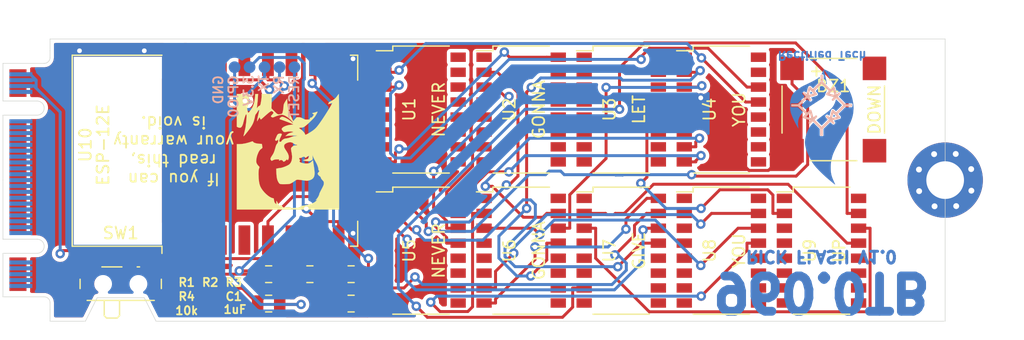
<source format=kicad_pcb>
(kicad_pcb (version 20171130) (host pcbnew "(5.1.0-0)")
  (title_block (title "Rick Flash") (date 2020-08-21) (rev 1.1) (company "Rectified Tech") (comment 1 "Added via to fix ground plane disconnect"))
  (layers (0 F.Cu signal) (31 B.Cu signal) (34 B.Paste user) (35 F.Paste user) (36 B.SilkS user) (37 F.SilkS user) (38 B.Mask user) (39 F.Mask user) (44 Edge.Cuts user))
  (net 0 "")
  (net 1 GND)
  (net 2 +3V3)
  (net 3 "Net-(SW1-Pad1)")
  (net 4 "Net-(U1-Pad3)")
  (net 5 "Net-(U1-Pad2)")
  (net 6 "Net-(U2-Pad8)")
  (net 7 "Net-(U2-Pad7)")
  (net 8 "Net-(U2-Pad6)")
  (net 9 "Net-(U2-Pad5)")
  (net 10 "Net-(U2-Pad4)")
  (net 11 "Net-(U2-Pad3)")
  (net 12 "Net-(U2-Pad2)")
  (net 13 "Net-(U2-Pad1)")
  (net 14 "Net-(U3-Pad5)")
  (net 15 "Net-(U3-Pad4)")
  (net 16 "Net-(U10-Pad2)")
  (net 17 "Net-(U3-Pad2)")
  (net 18 "Net-(U3-Pad1)")
  (net 19 "Net-(U4-Pad5)")
  (net 20 "Net-(U4-Pad4)")
  (net 21 "Net-(U4-Pad2)")
  (net 22 "Net-(U4-Pad1)")
  (net 23 "Net-(U5-Pad5)")
  (net 24 "Net-(U5-Pad4)")
  (net 25 "Net-(U5-Pad2)")
  (net 26 "Net-(U5-Pad1)")
  (net 27 "Net-(U6-Pad5)")
  (net 28 "Net-(U6-Pad4)")
  (net 29 "Net-(U6-Pad2)")
  (net 30 "Net-(U6-Pad1)")
  (net 31 "Net-(U7-Pad5)")
  (net 32 "Net-(U7-Pad4)")
  (net 33 "Net-(U7-Pad2)")
  (net 34 "Net-(U7-Pad1)")
  (net 35 "Net-(U9-Pad8)")
  (net 36 "Net-(U10-Pad7)")
  (net 37 "Net-(U10-Pad6)")
  (net 38 "Net-(U5-Pad8)")
  (net 39 "Net-(BZ1-Pad1)")
  (net 40 "Net-(U1-Pad16)")
  (net 41 "Net-(U1-Pad15)")
  (net 42 "Net-(U1-Pad14)")
  (net 43 "Net-(U1-Pad13)")
  (net 44 "Net-(U1-Pad12)")
  (net 45 "Net-(U1-Pad11)")
  (net 46 "Net-(U1-Pad10)")
  (net 47 "Net-(U1-Pad9)")
  (net 48 "Net-(U1-Pad8)")
  (net 49 "Net-(U1-Pad7)")
  (net 50 "Net-(U1-Pad6)")
  (net 51 "Net-(U1-Pad5)")
  (net 52 "Net-(U1-Pad4)")
  (net 53 "Net-(U1-Pad1)")
  (net 54 "Net-(U2-Pad15)")
  (net 55 "Net-(U2-Pad14)")
  (net 56 "Net-(U2-Pad13)")
  (net 57 "Net-(U2-Pad12)")
  (net 58 "Net-(U2-Pad11)")
  (net 59 "Net-(U2-Pad10)")
  (net 60 "Net-(U2-Pad9)")
  (net 61 "Net-(U3-Pad15)")
  (net 62 "Net-(U3-Pad14)")
  (net 63 "Net-(U3-Pad13)")
  (net 64 "Net-(U3-Pad12)")
  (net 65 "Net-(U3-Pad11)")
  (net 66 "Net-(U3-Pad10)")
  (net 67 "Net-(U3-Pad9)")
  (net 68 "Net-(U3-Pad8)")
  (net 69 "Net-(U3-Pad7)")
  (net 70 "Net-(U3-Pad6)")
  (net 71 "Net-(U3-Pad3)")
  (net 72 "Net-(U4-Pad12)")
  (net 73 "Net-(U4-Pad11)")
  (net 74 "Net-(U4-Pad10)")
  (net 75 "Net-(U4-Pad9)")
  (net 76 "Net-(U4-Pad8)")
  (net 77 "Net-(U4-Pad7)")
  (net 78 "Net-(U4-Pad6)")
  (net 79 "Net-(U4-Pad3)")
  (net 80 "Net-(U5-Pad12)")
  (net 81 "Net-(U5-Pad11)")
  (net 82 "Net-(U5-Pad10)")
  (net 83 "Net-(U5-Pad9)")
  (net 84 "Net-(U5-Pad7)")
  (net 85 "Net-(U5-Pad6)")
  (net 86 "Net-(U5-Pad3)")
  (net 87 "Net-(U6-Pad12)")
  (net 88 "Net-(U6-Pad11)")
  (net 89 "Net-(U6-Pad10)")
  (net 90 "Net-(U6-Pad9)")
  (net 91 "Net-(U6-Pad8)")
  (net 92 "Net-(U6-Pad6)")
  (net 93 "Net-(U10-Pad14)")
  (net 94 "Net-(U10-Pad13)")
  (net 95 "Net-(U7-Pad12)")
  (net 96 "Net-(U7-Pad11)")
  (net 97 "Net-(U7-Pad10)")
  (net 98 "Net-(U7-Pad9)")
  (net 99 "Net-(U7-Pad8)")
  (net 100 "Net-(U7-Pad6)")
  (net 101 "Net-(U8-Pad12)")
  (net 102 "Net-(U8-Pad11)")
  (net 103 "Net-(U8-Pad10)")
  (net 104 "Net-(U8-Pad9)")
  (net 105 "Net-(U8-Pad8)")
  (net 106 "Net-(U8-Pad6)")
  (net 107 "Net-(U8-Pad5)")
  (net 108 "Net-(U8-Pad4)")
  (net 109 "Net-(U8-Pad1)")
  (net 110 "Net-(U9-Pad12)")
  (net 111 "Net-(U9-Pad11)")
  (net 112 "Net-(U9-Pad10)")
  (net 113 "Net-(U9-Pad9)")
  (net 114 "Net-(U9-Pad6)")
  (net 115 "Net-(U9-Pad5)")
  (net 116 "Net-(U9-Pad4)")
  (net 117 "Net-(U9-Pad1)")
  (net 118 "Net-(U10-Pad12)")
  (net 119 "Net-(U10-Pad11)")
  (net 120 "Net-(U10-Pad10)")
  (net 121 "Net-(U10-Pad9)")
  (net 122 "Net-(J1-Pad75)")
  (net 123 "Net-(J1-Pad69)")
  (net 124 "Net-(J1-Pad68)")
  (net 125 "Net-(J1-Pad67)")
  (net 126 "Net-(J1-Pad58)")
  (net 127 "Net-(J1-Pad57)")
  (net 128 "Net-(J1-Pad56)")
  (net 129 "Net-(J1-Pad55)")
  (net 130 "Net-(J1-Pad54)")
  (net 131 "Net-(J1-Pad53)")
  (net 132 "Net-(J1-Pad52)")
  (net 133 "Net-(J1-Pad51)")
  (net 134 "Net-(J1-Pad50)")
  (net 135 "Net-(J1-Pad49)")
  (net 136 "Net-(J1-Pad48)")
  (net 137 "Net-(J1-Pad47)")
  (net 138 "Net-(J1-Pad46)")
  (net 139 "Net-(J1-Pad45)")
  (net 140 "Net-(J1-Pad44)")
  (net 141 "Net-(J1-Pad43)")
  (net 142 "Net-(J1-Pad42)")
  (net 143 "Net-(J1-Pad41)")
  (net 144 "Net-(J1-Pad40)")
  (net 145 "Net-(J1-Pad39)")
  (net 146 "Net-(J1-Pad38)")
  (net 147 "Net-(J1-Pad37)")
  (net 148 "Net-(J1-Pad36)")
  (net 149 "Net-(J1-Pad35)")
  (net 150 "Net-(J1-Pad34)")
  (net 151 "Net-(J1-Pad33)")
  (net 152 "Net-(J1-Pad32)")
  (net 153 "Net-(J1-Pad31)")
  (net 154 "Net-(J1-Pad30)")
  (net 155 "Net-(J1-Pad29)")
  (net 156 "Net-(J1-Pad28)")
  (net 157 "Net-(J1-Pad27)")
  (net 158 "Net-(J1-Pad26)")
  (net 159 "Net-(J1-Pad25)")
  (net 160 "Net-(J1-Pad24)")
  (net 161 "Net-(J1-Pad23)")
  (net 162 "Net-(J1-Pad22)")
  (net 163 "Net-(J1-Pad21)")
  (net 164 "Net-(J1-Pad20)")
  (net 165 "Net-(J1-Pad11)")
  (net 166 "Net-(J1-Pad10)")
  (net 167 "Net-(J1-Pad9)")
  (net 168 "Net-(J1-Pad8)")
  (net 169 "Net-(J1-Pad7)")
  (net 170 "Net-(J1-Pad6)")
  (net 171 "Net-(J1-Pad5)")
  (net 172 "Net-(J1-Pad4)")
  (net 173 "Net-(J1-Pad3)")
  (net 174 "Net-(J1-Pad2)")
  (net 175 "Net-(J1-Pad1)")
  (net 176 "Net-(U4-Pad16)")
  (net 177 "Net-(U6-Pad16)")
  (net 178 "Net-(U6-Pad7)")
  (net 179 "Net-(U6-Pad3)")
  (net 180 "Net-(U7-Pad7)")
  (net 181 "Net-(U7-Pad3)")
  (net 182 "Net-(U8-Pad16)")
  (net 183 "Net-(U8-Pad7)")
  (net 184 "Net-(U8-Pad3)")
  (net 185 "Net-(U8-Pad2)")
  (net 186 "Net-(U10-Pad20)")
  (net 187 "Net-(U10-Pad19)")
  (net 188 ESP_3V3)
  (net 189 RESET)
  (net 190 RX)
  (net 191 TX)
  (net 192 GPIO-0)
  (net 193 "Net-(U3-Pad16)")
  (net 194 "Net-(R2-Pad1)")
  (net 195 "Net-(R3-Pad2)")
  (net 196 "Net-(U10-Pad17)")
  (net 197 "Net-(U10-Pad4)")
  (module "Custom Footprints:RT_LOGO_10.2mm" (layer B.Cu) (at 184.4 90.9)
    (fp_text reference G*** hide)
    (fp_text value LOGO hide)
    (fp_poly (pts (xy 0.532045 -2.12284) (xy 0.526672 -2.178926) (xy 0.51981 -2.239118) (xy 0.512015 -2.299633) (xy 0.503841 -2.356688) (xy 0.495843 -2.406499) (xy 0.488575 -2.445285) (xy 0.482592 -2.469261) (xy 0.480558 -2.474065) (xy 0.477247 -2.486715) (xy 0.472785 -2.51251) (xy 0.470283 -2.529945) (xy 0.465757 -2.560017) (xy 0.461689 -2.58086) (xy 0.460099 -2.585864) (xy 0.456453 -2.598076) (xy 0.449642 -2.626125) (xy 0.440589 -2.665943) (xy 0.43022 -2.713463) (xy 0.419458 -2.764617) (xy 0.419246 -2.765646) (xy 0.414244 -2.787561) (xy 0.405457 -2.823705) (xy 0.39375 -2.870712) (xy 0.379988 -2.92522) (xy 0.365036 -2.983865) (xy 0.349758 -3.043282) (xy 0.335022 -3.10011) (xy 0.321691 -3.150983) (xy 0.31063 -3.192538) (xy 0.302705 -3.221413) (xy 0.298781 -3.234242) (xy 0.298655 -3.234494) (xy 0.293802 -3.248965) (xy 0.288332 -3.273937) (xy 0.287863 -3.276546) (xy 0.282446 -3.303349) (xy 0.277653 -3.311159) (xy 0.271525 -3.299733) (xy 0.26346 -3.273525) (xy 0.246313 -3.219846) (xy 0.223504 -3.156137) (xy 0.197782 -3.089481) (xy 0.171894 -3.026957) (xy 0.148589 -2.975646) (xy 0.145138 -2.96866) (xy 0.11072 -2.90008) (xy 0.170569 -2.90008) (xy 0.203589 -2.89977) (xy 0.230067 -2.897496) (xy 0.250724 -2.891237) (xy 0.266284 -2.878971) (xy 0.277468 -2.858679) (xy 0.284999 -2.828341) (xy 0.2896 -2.785935) (xy 0.291992 -2.729441) (xy 0.292897 -2.65684) (xy 0.293039 -2.566111) (xy 0.29304 -2.557525) (xy 0.29304 -2.285082) (xy 0.415965 -2.163321) (xy 0.538891 -2.04156) (xy 0.532045 -2.12284)) (layer B.Cu) (width 0.01))
    (fp_poly (pts (xy 1.256011 6.469006) (xy 1.2527 6.457785) (xy 1.241879 6.430809) (xy 1.22469 6.390708) (xy 1.202274 6.340112) (xy 1.175775 6.281652) (xy 1.155616 6.237907) (xy 1.087853 6.086679) (xy 1.031318 5.948251) (xy 0.985161 5.819086) (xy 0.948531 5.695644) (xy 0.920577 5.574388) (xy 0.900448 5.45178) (xy 0.887293 5.324279) (xy 0.880262 5.188349) (xy 0.878525 5.08568) (xy 0.878563 5.013204) (xy 0.879324 4.941783) (xy 0.880706 4.875923) (xy 0.882609 4.820129) (xy 0.884929 4.778908) (xy 0.885627 4.77072) (xy 0.8903 4.726077) (xy 0.896399 4.673884) (xy 0.903324 4.61865) (xy 0.910471 4.564888) (xy 0.917238 4.517108) (xy 0.923024 4.47982) (xy 0.927225 4.457535) (xy 0.927682 4.45576) (xy 0.931917 4.436011) (xy 0.936863 4.407026) (xy 0.937705 4.401461) (xy 0.945115 4.360704) (xy 0.957048 4.305727) (xy 0.972191 4.241773) (xy 0.98923 4.174084) (xy 1.006853 4.107905) (xy 1.023747 4.048478) (xy 1.036051 4.00872) (xy 1.07181 3.907314) (xy 1.115958 3.796463) (xy 1.168856 3.675473) (xy 1.230866 3.543652) (xy 1.302352 3.400307) (xy 1.383675 3.244743) (xy 1.475199 3.07627) (xy 1.577284 2.894192) (xy 1.690295 2.697818) (xy 1.814592 2.486453) (xy 1.95054 2.259406) (xy 1.952523 2.25612) (xy 2.04877 2.096299) (xy 2.134944 1.952307) (xy 2.211773 1.822763) (xy 2.279986 1.706283) (xy 2.340311 1.601488) (xy 2.393478 1.506993) (xy 2.440215 1.421418) (xy 2.481249 1.343381) (xy 2.517311 1.271499) (xy 2.549128 1.204391) (xy 2.57743 1.140674) (xy 2.602944 1.078968) (xy 2.626399 1.017889) (xy 2.648524 0.956057) (xy 2.667355 0.90028) (xy 2.700637 0.795063) (xy 2.728425 0.696724) (xy 2.751458 0.601188) (xy 2.770476 0.504382) (xy 2.786221 0.40223) (xy 2.799432 0.290659) (xy 2.810849 0.165593) (xy 2.8179 0.071712) (xy 2.820034 0.003667) (xy 2.81841 -0.080069) (xy 2.813346 -0.175278) (xy 2.805161 -0.277745) (xy 2.794172 -0.383253) (xy 2.780698 -0.487585) (xy 2.770703 -0.55312) (xy 2.722013 -0.797774) (xy 2.657382 -1.030438) (xy 2.5762 -1.252451) (xy 2.47786 -1.465155) (xy 2.361755 -1.669891) (xy 2.227275 -1.868001) (xy 2.102971 -2.02632) (xy 1.926538 -2.22356) (xy 1.732736 -2.413733) (xy 1.523791 -2.59515) (xy 1.301929 -2.766125) (xy 1.069375 -2.924971) (xy 0.828355 -3.070001) (xy 0.581096 -3.199528) (xy 0.51148 -3.232587) (xy 0.441115 -3.264703) (xy 0.382716 -3.290226) (xy 0.33773 -3.308575) (xy 0.307605 -3.319167) (xy 0.293789 -3.321421) (xy 0.29304 -3.320439) (xy 0.29863 -3.310652) (xy 0.314217 -3.286919) (xy 0.338021 -3.251856) (xy 0.368265 -3.208079) (xy 0.403168 -3.158204) (xy 0.408661 -3.150407) (xy 0.519812 -2.990669) (xy 0.624393 -2.83615) (xy 0.721607 -2.68815) (xy 0.810663 -2.547968) (xy 0.890766 -2.416904) (xy 0.961122 -2.296258) (xy 1.020938 -2.187329) (xy 1.06942 -2.091416) (xy 1.105774 -2.009821) (xy 1.106786 -2.007317) (xy 1.123634 -1.969021) (xy 1.139713 -1.938571) (xy 1.152479 -1.920554) (xy 1.156456 -1.917728) (xy 1.216883 -1.893305) (xy 1.259343 -1.86071) (xy 1.278867 -1.832676) (xy 1.287642 -1.810912) (xy 1.300511 -1.772895) (xy 1.316424 -1.722028) (xy 1.334334 -1.661717) (xy 1.35319 -1.595365) (xy 1.363114 -1.559264) (xy 1.426005 -1.327714) (xy 1.471662 -1.368524) (xy 1.525468 -1.409324) (xy 1.575656 -1.4317) (xy 1.614518 -1.43704) (xy 1.665051 -1.427555) (xy 1.710396 -1.401727) (xy 1.746632 -1.363491) (xy 1.76984 -1.316783) (xy 1.7764 -1.27448) (xy 1.773116 -1.243261) (xy 1.762034 -1.211804) (xy 1.741309 -1.177198) (xy 1.709095 -1.136532) (xy 1.663544 -1.086897) (xy 1.645844 -1.068637) (xy 1.578621 -0.999954) (xy 2.147103 -0.4312) (xy 2.424031 -0.4312) (xy 2.513476 -0.431379) (xy 2.58465 -0.431186) (xy 2.639589 -0.429524) (xy 2.680329 -0.425295) (xy 2.708908 -0.417401) (xy 2.727361 -0.404745) (xy 2.737724 -0.38623) (xy 2.742034 -0.360759) (xy 2.742327 -0.327233) (xy 2.740639 -0.284557) (xy 2.739741 -0.261058) (xy 2.7378 -0.208132) (xy 2.73557 -0.171548) (xy 2.732203 -0.147339) (xy 2.726854 -0.131534) (xy 2.718678 -0.120164) (xy 2.707508 -0.109845) (xy 2.679506 -0.08576) (xy 2.116893 -0.08576) (xy 1.83552 0.195479) (xy 1.554148 0.476717) (xy 1.636359 0.563568) (xy 1.681655 0.612472) (xy 1.714139 0.650682) (xy 1.735815 0.681417) (xy 1.748683 0.707894) (xy 1.754745 0.733332) (xy 1.756042 0.755985) (xy 1.748987 0.811579) (xy 1.726854 0.854352) (xy 1.688352 0.886409) (xy 1.67044 0.895639) (xy 1.650525 0.903159) (xy 1.615453 0.9148) (xy 1.568594 0.929573) (xy 1.513319 0.946488) (xy 1.452999 0.964558) (xy 1.391005 0.982792) (xy 1.330707 1.000201) (xy 1.275476 1.015796) (xy 1.228684 1.028589) (xy 1.1937 1.037589) (xy 1.173895 1.041809) (xy 1.171684 1.042) (xy 1.174536 1.048819) (xy 1.188346 1.066794) (xy 1.210232 1.092209) (xy 1.213046 1.09534) (xy 1.255251 1.147999) (xy 1.279469 1.194077) (xy 1.285859 1.23613) (xy 1.274582 1.276717) (xy 1.245799 1.318394) (xy 1.228243 1.337124) (xy 1.182046 1.375182) (xy 1.138229 1.393845) (xy 1.095168 1.393642) (xy 1.074412 1.387048) (xy 1.055192 1.375351) (xy 1.025253 1.352756) (xy 0.988554 1.322418) (xy 0.949053 1.287494) (xy 0.94551 1.284247) (xy 0.847696 1.194323) (xy 0.806588 1.232257) (xy 0.78954 1.248472) (xy 0.760112 1.277005) (xy 0.720342 1.315856) (xy 0.67227 1.363024) (xy 0.617933 1.41651) (xy 0.559373 1.474315) (xy 0.5191 1.514157) (xy 0.27272 1.758125) (xy 0.27272 2.330846) (xy 0.244937 2.3527) (xy 0.231313 2.3621) (xy 0.216175 2.368157) (xy 0.195198 2.371419) (xy 0.164056 2.372433) (xy 0.118426 2.371746) (xy 0.098652 2.371217) (xy 0.054229 2.370342) (xy 0.01877 2.369111) (xy -0.008728 2.36545) (xy -0.029269 2.357289) (xy -0.043859 2.342555) (xy -0.0535 2.319178) (xy -0.059196 2.285086) (xy -0.061952 2.238206) (xy -0.062772 2.176468) (xy -0.062659 2.0978) (xy -0.06256 2.038573) (xy -0.06256 1.747974) (xy -0.324772 1.485908) (xy -0.586983 1.223843) (xy -0.67386 1.313964) (xy -0.791676 1.448385) (xy -0.897352 1.595056) (xy -0.992031 1.755813) (xy -1.076853 1.932491) (xy -1.11266 2.019067) (xy -1.155672 2.137626) (xy -1.19542 2.265646) (xy -1.230085 2.396305) (xy -1.257848 2.522781) (xy -1.276066 2.63204) (xy -1.280409 2.663702) (xy -1.286259 2.705724) (xy -1.291616 2.7438) (xy -1.300658 2.867238) (xy -1.294826 3.004265) (xy -1.274164 3.154673) (xy -1.238712 3.318252) (xy -1.188514 3.494793) (xy -1.123611 3.684086) (xy -1.076901 3.80552) (xy -1.058565 3.849112) (xy -1.03287 3.906926) (xy -1.001629 3.975052) (xy -0.966655 4.049581) (xy -0.929762 4.126604) (xy -0.894338 4.199031) (xy -0.826135 4.333247) (xy -0.761224 4.452502) (xy -0.696705 4.56119) (xy -0.629676 4.663702) (xy -0.557235 4.76443) (xy -0.47648 4.867767) (xy -0.38451 4.978104) (xy -0.363417 5.002673) (xy -0.308896 5.064065) (xy -0.242313 5.13607) (xy -0.166658 5.215653) (xy -0.084922 5.299777) (xy -0.000095 5.385407) (xy 0.084831 5.469508) (xy 0.166865 5.549042) (xy 0.243018 5.620976) (xy 0.27272 5.648366) (xy 0.321442 5.69297) (xy 0.365051 5.733001) (xy 0.401335 5.76642) (xy 0.428081 5.791186) (xy 0.443076 5.805259) (xy 0.44544 5.807605) (xy 0.45545 5.816904) (xy 0.47871 5.837343) (xy 0.512929 5.86697) (xy 0.555815 5.903835) (xy 0.605078 5.945985) (xy 0.658425 5.991471) (xy 0.713566 6.03834) (xy 0.768211 6.084641) (xy 0.820066 6.128422) (xy 0.866843 6.167733) (xy 0.906249 6.200621) (xy 0.927908 6.21852) (xy 1.005299 6.281632) (xy 1.074503 6.337173) (xy 1.134322 6.384228) (xy 1.183558 6.421885) (xy 1.221016 6.449228) (xy 1.245496 6.465343) (xy 1.255803 6.469318) (xy 1.256011 6.469006)) (layer B.Cu) (width 0.01))
    (fp_poly (pts (xy -0.840131 -1.247479) (xy -0.8141 -1.252528) (xy -0.777888 -1.26121) (xy -0.759207 -1.266127) (xy -0.67168 -1.289788) (xy -0.811492 -1.428528) (xy -0.833679 -1.340064) (xy -0.843024 -1.300441) (xy -0.849347 -1.268895) (xy -0.851762 -1.250113) (xy -0.851301 -1.247033) (xy -0.840131 -1.247479)) (layer B.Cu) (width 0.01))
    (fp_poly (pts (xy -1.862099 1.686601) (xy -1.865321 1.66684) (xy -1.875863 1.600727) (xy -1.884881 1.524237) (xy -1.891909 1.443601) (xy -1.896482 1.365044) (xy -1.898135 1.294794) (xy -1.896831 1.2452) (xy -1.892366 1.177748) (xy -1.888266 1.125997) (xy -1.883926 1.085354) (xy -1.878747 1.051222) (xy -1.872125 1.019008) (xy -1.863459 0.984116) (xy -1.861806 0.977839) (xy -1.8271 0.863517) (xy -1.784969 0.757593) (xy -1.733031 0.655448) (xy -1.668901 0.552466) (xy -1.590195 0.444028) (xy -1.5784 0.428818) (xy -1.49231 0.318555) (xy -1.699362 0.111318) (xy -1.906415 -0.09592) (xy -2.191953 -0.09592) (xy -2.281578 -0.095737) (xy -2.352984 -0.095876) (xy -2.40826 -0.097364) (xy -2.449493 -0.101229) (xy -2.478774 -0.108499) (xy -2.498189 -0.1202) (xy -2.509829 -0.137363) (xy -2.515781 -0.161013) (xy -2.518134 -0.19218) (xy -2.518978 -0.23189) (xy -2.519537 -0.257132) (xy -2.520681 -0.30873) (xy -2.520313 -0.344356) (xy -2.517884 -0.368333) (xy -2.512847 -0.384988) (xy -2.504656 -0.398644) (xy -2.50102 -0.403417) (xy -2.479166 -0.4312) (xy -1.906467 -0.4312) (xy -1.328293 -1.00964) (xy -1.411747 -1.09514) (xy -1.467699 -1.157258) (xy -1.505876 -1.210941) (xy -1.52667 -1.256862) (xy -1.530469 -1.295696) (xy -1.529895 -1.299407) (xy -1.51176 -1.351413) (xy -1.479774 -1.395796) (xy -1.437993 -1.428161) (xy -1.397321 -1.44303) (xy -1.343878 -1.442763) (xy -1.288031 -1.422488) (xy -1.234824 -1.386265) (xy -1.208545 -1.366416) (xy -1.188435 -1.354668) (xy -1.179532 -1.353365) (xy -1.174824 -1.365363) (xy -1.166156 -1.39341) (xy -1.154586 -1.433863) (xy -1.141173 -1.483082) (xy -1.134545 -1.50816) (xy -1.105262 -1.616381) (xy -1.078835 -1.706413) (xy -1.055414 -1.777806) (xy -1.035144 -1.830113) (xy -1.018175 -1.862886) (xy -1.016766 -1.864931) (xy -0.978925 -1.901537) (xy -0.930272 -1.921299) (xy -0.89568 -1.92472) (xy -0.864486 -1.922106) (xy -0.834821 -1.9129) (xy -0.803329 -1.895054) (xy -0.766654 -1.866522) (xy -0.721441 -1.825256) (xy -0.702279 -1.806744) (xy -0.615558 -1.722106) (xy -0.051946 -2.285988) (xy -0.054713 -2.482357) (xy -0.05748 -2.678725) (xy -0.0778 -2.656211) (xy -0.104589 -2.63153) (xy -0.146727 -2.599042) (xy -0.201604 -2.560443) (xy -0.266608 -2.517429) (xy -0.339128 -2.471696) (xy -0.416553 -2.424939) (xy -0.496271 -2.378854) (xy -0.55532 -2.346117) (xy -0.592358 -2.326443) (xy -0.641295 -2.301135) (xy -0.699803 -2.271339) (xy -0.765551 -2.238203) (xy -0.836206 -2.202876) (xy -0.90944 -2.166503) (xy -0.98292 -2.130232) (xy -1.054317 -2.095211) (xy -1.121299 -2.062587) (xy -1.181536 -2.033507) (xy -1.232697 -2.009118) (xy -1.272451 -1.990569) (xy -1.298468 -1.979006) (xy -1.308178 -1.97552) (xy -1.318355 -1.971499) (xy -1.34274 -1.960684) (xy -1.377162 -1.944946) (xy -1.400945 -1.933897) (xy -1.511762 -1.877291) (xy -1.628496 -1.808889) (xy -1.747869 -1.731188) (xy -1.866601 -1.646681) (xy -1.981413 -1.557865) (xy -2.089026 -1.467235) (xy -2.186161 -1.377285) (xy -2.269538 -1.290512) (xy -2.311739 -1.240835) (xy -2.365463 -1.161821) (xy -2.414532 -1.065645) (xy -2.458001 -0.955125) (xy -2.494921 -0.833077) (xy -2.524346 -0.702319) (xy -2.545331 -0.565667) (xy -2.548653 -0.535746) (xy -2.553302 -0.4751) (xy -2.556344 -0.401535) (xy -2.55786 -0.318672) (xy -2.557933 -0.230128) (xy -2.556645 -0.139523) (xy -2.554079 -0.050476) (xy -2.550317 0.033393) (xy -2.545442 0.108466) (xy -2.539535 0.171122) (xy -2.53268 0.217744) (xy -2.531359 0.22412) (xy -2.524001 0.259091) (xy -2.517708 0.291549) (xy -2.517048 0.29524) (xy -2.503934 0.351686) (xy -2.482118 0.423383) (xy -2.452632 0.507745) (xy -2.416508 0.602187) (xy -2.374778 0.704122) (xy -2.328474 0.810965) (xy -2.278628 0.920129) (xy -2.226271 1.029028) (xy -2.215983 1.049759) (xy -2.172672 1.135694) (xy -2.128063 1.222598) (xy -2.08338 1.308211) (xy -2.039849 1.390276) (xy -1.998692 1.466535) (xy -1.961134 1.534729) (xy -1.9284 1.5926) (xy -1.901713 1.63789) (xy -1.882298 1.668341) (xy -1.87594 1.677) (xy -1.864828 1.689692) (xy -1.862099 1.686601)) (layer B.Cu) (width 0.01))
    (fp_poly (pts (xy 0.367567 1.198788) (xy 0.619705 0.949158) (xy 0.534836 0.860959) (xy 0.482298 0.803188) (xy 0.445661 0.754409) (xy 0.424135 0.712022) (xy 0.416935 0.673427) (xy 0.423271 0.636023) (xy 0.442357 0.597209) (xy 0.450971 0.584148) (xy 0.489948 0.543294) (xy 0.536257 0.520234) (xy 0.587389 0.514986) (xy 0.640832 0.527568) (xy 0.694077 0.557995) (xy 0.722284 0.582264) (xy 0.746977 0.603148) (xy 0.764139 0.61122) (xy 0.768937 0.609708) (xy 0.774748 0.596442) (xy 0.783983 0.56782) (xy 0.795308 0.528238) (xy 0.805827 0.48828) (xy 0.830945 0.39152) (xy 0.854289 0.306258) (xy 0.875302 0.234371) (xy 0.893424 0.177736) (xy 0.908097 0.13823) (xy 0.913527 0.126339) (xy 0.945981 0.07844) (xy 0.986065 0.04889) (xy 1.035353 0.036642) (xy 1.048997 0.03616) (xy 1.086306 0.039875) (xy 1.122526 0.052315) (xy 1.160867 0.075421) (xy 1.204538 0.111135) (xy 1.256746 0.1614) (xy 1.257946 0.162614) (xy 1.287887 0.191863) (xy 1.31315 0.214569) (xy 1.329994 0.227459) (xy 1.334068 0.2292) (xy 1.343699 0.222258) (xy 1.36545 0.202793) (xy 1.397276 0.17285) (xy 1.437131 0.134473) (xy 1.482969 0.089706) (xy 1.532745 0.040595) (xy 1.584411 -0.010817) (xy 1.635923 -0.062486) (xy 1.685235 -0.112367) (xy 1.730301 -0.158415) (xy 1.769074 -0.198586) (xy 1.799509 -0.230837) (xy 1.81956 -0.253122) (xy 1.827181 -0.263398) (xy 1.8272 -0.26356) (xy 1.820298 -0.272696) (xy 1.800949 -0.294035) (xy 1.771186 -0.325527) (xy 1.733042 -0.365124) (xy 1.688553 -0.410778) (xy 1.639751 -0.460441) (xy 1.588671 -0.512064) (xy 1.537345 -0.5636) (xy 1.487809 -0.613) (xy 1.442095 -0.658216) (xy 1.402237 -0.6972) (xy 1.370269 -0.727903) (xy 1.348225 -0.748278) (xy 1.338139 -0.756276) (xy 1.337915 -0.75632) (xy 1.332176 -0.747333) (xy 1.32434 -0.724205) (xy 1.318783 -0.70298) (xy 1.292202 -0.608297) (xy 1.256256 -0.506277) (xy 1.213574 -0.40306) (xy 1.166785 -0.304792) (xy 1.118518 -0.217615) (xy 1.095649 -0.18159) (xy 1.043725 -0.108387) (xy 0.987103 -0.037568) (xy 0.923921 0.032632) (xy 0.852318 0.10398) (xy 0.770435 0.178241) (xy 0.67641 0.25718) (xy 0.568383 0.342564) (xy 0.44544 0.435456) (xy 0.321753 0.527368) (xy 0.206504 0.613211) (xy 0.100513 0.692365) (xy 0.004601 0.764211) (xy -0.080408 0.828128) (xy -0.153695 0.883495) (xy -0.214437 0.929694) (xy -0.261813 0.966103) (xy -0.295002 0.992103) (xy -0.313182 1.007074) (xy -0.31656 1.010591) (xy -0.309644 1.019052) (xy -0.290072 1.040017) (xy -0.259606 1.071674) (xy -0.220012 1.112209) (xy -0.173052 1.15981) (xy -0.120489 1.212663) (xy -0.100566 1.232597) (xy 0.115429 1.448417) (xy 0.367567 1.198788)) (layer B.Cu) (width 0.01))
    (fp_poly (pts (xy 1.108975 0.711983) (xy 1.133547 0.706966) (xy 1.166262 0.698928) (xy 1.20161 0.689365) (xy 1.23408 0.679771) (xy 1.258164 0.671642) (xy 1.268349 0.666474) (xy 1.2684 0.666258) (xy 1.261659 0.656973) (xy 1.243634 0.637102) (xy 1.217619 0.61021) (xy 1.204446 0.597028) (xy 1.140492 0.533643) (xy 1.117504 0.621293) (xy 1.107679 0.660532) (xy 1.100792 0.691548) (xy 1.09783 0.709716) (xy 1.098056 0.712484) (xy 1.108975 0.711983)) (layer B.Cu) (width 0.01))
    (fp_poly (pts (xy -1.238313 0.071047) (xy -1.214843 0.055328) (xy -1.181829 0.031952) (xy -1.142599 0.003228) (xy -1.137044 -0.000906) (xy -1.094344 -0.031838) (xy -1.037751 -0.071477) (xy -0.970526 -0.117636) (xy -0.895931 -0.168133) (xy -0.817227 -0.220781) (xy -0.737677 -0.273397) (xy -0.660541 -0.323795) (xy -0.589081 -0.369792) (xy -0.54008 -0.400769) (xy -0.50481 -0.423124) (xy -0.45672 -0.454007) (xy -0.399946 -0.490741) (xy -0.338621 -0.530652) (xy -0.276878 -0.571063) (xy -0.26576 -0.578367) (xy -0.206636 -0.616957) (xy -0.149209 -0.653937) (xy -0.097041 -0.687051) (xy -0.053693 -0.714045) (xy -0.022723 -0.732664) (xy -0.01684 -0.736021) (xy 0.08827 -0.800276) (xy 0.181256 -0.868222) (xy 0.26078 -0.938431) (xy 0.325501 -1.009479) (xy 0.374081 -1.079938) (xy 0.40518 -1.148384) (xy 0.41618 -1.197132) (xy 0.427631 -1.249979) (xy 0.450731 -1.295714) (xy 0.456297 -1.303865) (xy 0.47647 -1.337854) (xy 0.49179 -1.377896) (xy 0.50465 -1.430521) (xy 0.506943 -1.44212) (xy 0.514593 -1.485575) (xy 0.520037 -1.523731) (xy 0.522465 -1.550563) (xy 0.522388 -1.557022) (xy 0.514071 -1.572712) (xy 0.490938 -1.601709) (xy 0.453262 -1.643709) (xy 0.401317 -1.69841) (xy 0.335375 -1.765509) (xy 0.322918 -1.778002) (xy 0.271108 -1.829679) (xy 0.224006 -1.876309) (xy 0.183503 -1.916047) (xy 0.151491 -1.947049) (xy 0.129861 -1.967472) (xy 0.120504 -1.975471) (xy 0.120339 -1.97552) (xy 0.112179 -1.968591) (xy 0.091372 -1.948904) (xy 0.059601 -1.918108) (xy 0.018549 -1.877851) (xy -0.030101 -1.829782) (xy -0.084666 -1.77555) (xy -0.131218 -1.729063) (xy -0.189157 -1.670908) (xy -0.242245 -1.617274) (xy -0.288833 -1.569853) (xy -0.327274 -1.53034) (xy -0.355917 -1.500427) (xy -0.373113 -1.481807) (xy -0.37752 -1.476188) (xy -0.371292 -1.466365) (xy -0.354379 -1.444554) (xy -0.329445 -1.414088) (xy -0.302364 -1.382044) (xy -0.253737 -1.322191) (xy -0.220032 -1.272528) (xy -0.200372 -1.23047) (xy -0.193879 -1.193434) (xy -0.199673 -1.158835) (xy -0.215473 -1.126331) (xy -0.229047 -1.107552) (xy -0.246469 -1.090535) (xy -0.269739 -1.074464) (xy -0.300862 -1.05852) (xy -0.341839 -1.041887) (xy -0.394674 -1.023746) (xy -0.46137 -1.003282) (xy -0.543929 -0.979676) (xy -0.638467 -0.953707) (xy -0.782574 -0.914611) (xy -0.741702 -0.87027) (xy -0.714391 -0.8362) (xy -0.689981 -0.798389) (xy -0.680264 -0.779438) (xy -0.668031 -0.747271) (xy -0.665273 -0.722608) (xy -0.670868 -0.695668) (xy -0.687125 -0.662805) (xy -0.71434 -0.627146) (xy -0.74644 -0.595428) (xy -0.777353 -0.574384) (xy -0.782042 -0.572357) (xy -0.81562 -0.563331) (xy -0.848657 -0.563915) (xy -0.883921 -0.575346) (xy -0.924178 -0.598862) (xy -0.972196 -0.6357) (xy -1.02307 -0.68012) (xy -1.056181 -0.709822) (xy -1.083687 -0.733961) (xy -1.102144 -0.749545) (xy -1.107917 -0.753799) (xy -1.116329 -0.747481) (xy -1.137349 -0.728371) (xy -1.169279 -0.698106) (xy -1.21042 -0.658326) (xy -1.259075 -0.610669) (xy -1.313547 -0.556774) (xy -1.357924 -0.512516) (xy -1.601609 -0.268672) (xy -1.429097 -0.095936) (xy -1.380622 -0.047705) (xy -1.336776 -0.004663) (xy -1.299622 0.031213) (xy -1.271223 0.057943) (xy -1.253642 0.07355) (xy -1.248916 0.0768) (xy -1.238313 0.071047)) (layer B.Cu) (width 0.01))
  )
  (module "Custom Footprints:rick_small" (layer F.Cu) (at 139.2 94.6 180)
    (fp_text reference G*** hide)
    (fp_text value LOGO hide)
  )
  (module "Custom Footprints:6pin 1.27mm ICSP Pad" (layer B.Cu) (at 131 87.5 270)
    (fp_text reference J2)
    (fp_text value ICSP_NODEMCU)
    (pad 2 smd oval (at -0.1 -3.67 270) (size 1 1) (layers B.Cu B.Paste B.Mask) (net 192 GPIO-0))
    (pad 3 smd oval (at -0.1 -4.94 270) (size 1 1) (layers B.Cu B.Paste B.Mask) (net 188 ESP_3V3))
    (pad 4 smd oval (at -0.1 -6.21 270) (size 1 1) (layers B.Cu B.Paste B.Mask) (net 191 TX))
    (pad 5 smd oval (at -0.1 -7.48 270) (size 1 1) (layers B.Cu B.Paste B.Mask) (net 190 RX))
    (pad 6 smd oval (at -0.1 -8.75 270) (size 1 1) (layers B.Cu B.Paste B.Mask) (net 189 RESET))
    (pad 1 smd rect (at -0.1 -2.4 270) (size 1 1) (layers B.Cu B.Paste B.Mask) (net 1 GND))
  )
  (module Resistor_SMD:R_0805_2012Metric (layer F.Cu) (at 137.562 107.5)
    (fp_text reference R4 (at -6.962 -0.6) (layer F.SilkS) (effects (font (size 0.7 0.7))))
    (fp_text value 10k (at -6.962 0.6) (layer F.SilkS) (effects (font (size 0.7 0.7))))
    (pad 2 smd roundrect (at 0.9375 0) (size 0.975 1.4) (layers F.Cu F.Paste F.Mask) (net 192 GPIO-0))
    (pad 1 smd roundrect (at -0.9375 0) (size 0.975 1.4) (layers F.Cu F.Paste F.Mask) (net 188 ESP_3V3))
  )
  (module Resistor_SMD:R_0805_2012Metric (layer F.Cu) (at 144.562 105)
    (fp_text reference R3 (at -9.9625 0.7) (layer F.SilkS) (effects (font (size 0.7 0.7))))
    (fp_text value 10k)
    (pad 2 smd roundrect (at 0.9375 0) (size 0.975 1.4) (layers F.Cu F.Paste F.Mask) (net 195 "Net-(R3-Pad2)"))
    (pad 1 smd roundrect (at -0.9375 0) (size 0.975 1.4) (layers F.Cu F.Paste F.Mask) (net 1 GND))
  )
  (module Resistor_SMD:R_0805_2012Metric (layer F.Cu) (at 141.062 105)
    (fp_text reference R2 (at -8.4625 0.7) (layer F.SilkS) (effects (font (size 0.7 0.7))))
    (fp_text value 10k)
    (pad 2 smd roundrect (at 0.9375 0) (size 0.975 1.4) (layers F.Cu F.Paste F.Mask) (net 188 ESP_3V3))
    (pad 1 smd roundrect (at -0.9375 0) (size 0.975 1.4) (layers F.Cu F.Paste F.Mask) (net 194 "Net-(R2-Pad1)"))
  )
  (module Resistor_SMD:R_0805_2012Metric (layer F.Cu) (at 137.562 105)
    (fp_text reference R1 (at -6.9625 0.7) (layer F.SilkS) (effects (font (size 0.7 0.7))))
    (fp_text value 10k)
    (pad 2 smd roundrect (at 0.9375 0) (size 0.975 1.4) (layers F.Cu F.Paste F.Mask) (net 188 ESP_3V3))
    (pad 1 smd roundrect (at -0.9375 0) (size 0.975 1.4) (layers F.Cu F.Paste F.Mask) (net 189 RESET))
  )
  (module "Mounting Holes:MountingHole_3.2mm_M3_Pad_Via" (layer F.Cu) (at 195 97 23)
    (fp_text reference H1)
    (fp_text value MountingHole)
    (pad 1 thru_hole circle (at 1.697056 -1.697056 23) (size 0.8 0.8) (drill 0.5) (layers *.Cu *.Mask))
    (pad 1 thru_hole circle (at 0 -2.4 23) (size 0.8 0.8) (drill 0.5) (layers *.Cu *.Mask))
    (pad 1 thru_hole circle (at -1.697056 -1.697056 23) (size 0.8 0.8) (drill 0.5) (layers *.Cu *.Mask))
    (pad 1 thru_hole circle (at -2.4 0 23) (size 0.8 0.8) (drill 0.5) (layers *.Cu *.Mask))
    (pad 1 thru_hole circle (at -1.697056 1.697056 23) (size 0.8 0.8) (drill 0.5) (layers *.Cu *.Mask))
    (pad 1 thru_hole circle (at 0 2.4 23) (size 0.8 0.8) (drill 0.5) (layers *.Cu *.Mask))
    (pad 1 thru_hole circle (at 1.697056 1.697056 23) (size 0.8 0.8) (drill 0.5) (layers *.Cu *.Mask))
    (pad 1 thru_hole circle (at 2.4 0 23) (size 0.8 0.8) (drill 0.5) (layers *.Cu *.Mask))
    (pad 1 thru_hole circle (at 0 0 23) (size 6.4 6.4) (drill 3.2) (layers *.Cu *.Mask))
  )
  (module Capacitor_SMD:C_0805_2012Metric (layer F.Cu) (at 144.562 107.5 180)
    (fp_text reference C1 (at 9.962 0.6 180) (layer F.SilkS) (effects (font (size 0.7 0.7))))
    (fp_text value 1uF (at 9.862 -0.5 180) (layer F.SilkS) (effects (font (size 0.7 0.7))))
    (pad 2 smd roundrect (at 0.9375 0 180) (size 0.975 1.4) (layers F.Cu F.Paste F.Mask) (net 1 GND))
    (pad 1 smd roundrect (at -0.9375 0 180) (size 0.975 1.4) (layers F.Cu F.Paste F.Mask) (net 188 ESP_3V3))
  )
  (module Package_SO:SOP-16_4.4x10.4mm_P1.27mm (layer F.Cu) (at 167.5 91)
    (fp_text reference U3 (at -1 0 90) (layer F.SilkS))
    (fp_text value 4017)
    (pad 16 smd rect (at 3.15 -4.45) (size 1.3 0.8) (layers F.Cu F.Paste F.Mask) (net 193 "Net-(U3-Pad16)"))
    (pad 15 smd rect (at 3.15 -3.17) (size 1.3 0.8) (layers F.Cu F.Paste F.Mask) (net 61 "Net-(U3-Pad15)"))
    (pad 14 smd rect (at 3.15 -1.91) (size 1.3 0.8) (layers F.Cu F.Paste F.Mask) (net 62 "Net-(U3-Pad14)"))
    (pad 13 smd rect (at 3.15 -0.64) (size 1.3 0.8) (layers F.Cu F.Paste F.Mask) (net 63 "Net-(U3-Pad13)"))
    (pad 12 smd rect (at 3.15 0.64) (size 1.3 0.8) (layers F.Cu F.Paste F.Mask) (net 64 "Net-(U3-Pad12)"))
    (pad 11 smd rect (at 3.15 1.91) (size 1.3 0.8) (layers F.Cu F.Paste F.Mask) (net 65 "Net-(U3-Pad11)"))
    (pad 10 smd rect (at 3.15 3.17) (size 1.3 0.8) (layers F.Cu F.Paste F.Mask) (net 66 "Net-(U3-Pad10)"))
    (pad 9 smd rect (at 3.15 4.45) (size 1.3 0.8) (layers F.Cu F.Paste F.Mask) (net 67 "Net-(U3-Pad9)"))
    (pad 8 smd rect (at -3.15 4.45) (size 1.3 0.8) (layers F.Cu F.Paste F.Mask) (net 68 "Net-(U3-Pad8)"))
    (pad 7 smd rect (at -3.15 3.17) (size 1.3 0.8) (layers F.Cu F.Paste F.Mask) (net 69 "Net-(U3-Pad7)"))
    (pad 6 smd rect (at -3.15 1.91) (size 1.3 0.8) (layers F.Cu F.Paste F.Mask) (net 70 "Net-(U3-Pad6)"))
    (pad 5 smd rect (at -3.15 0.64) (size 1.3 0.8) (layers F.Cu F.Paste F.Mask) (net 14 "Net-(U3-Pad5)"))
    (pad 4 smd rect (at -3.15 -0.64) (size 1.3 0.8) (layers F.Cu F.Paste F.Mask) (net 15 "Net-(U3-Pad4)"))
    (pad 3 smd rect (at -3.15 -1.91) (size 1.3 0.8) (layers F.Cu F.Paste F.Mask) (net 71 "Net-(U3-Pad3)"))
    (pad 2 smd rect (at -3.15 -3.17) (size 1.3 0.8) (layers F.Cu F.Paste F.Mask) (net 17 "Net-(U3-Pad2)"))
    (pad 1 smd rect (at -3.15 -4.45) (size 1.3 0.8) (layers F.Cu F.Paste F.Mask) (net 18 "Net-(U3-Pad1)"))
  )
  (module RF_Module:ESP-12E (layer F.Cu) (at 133 94.5 90)
    (fp_text reference U10 (at 0.5 -11 90) (layer F.SilkS))
    (fp_text value ESP-12E (at 0.5 -9.5 90) (layer F.SilkS))
    (pad 22 smd rect (at 7.6 -3.5 90) (size 2.5 1) (layers F.Cu F.Paste F.Mask) (net 191 TX))
    (pad 21 smd rect (at 7.6 -1.5 90) (size 2.5 1) (layers F.Cu F.Paste F.Mask) (net 190 RX))
    (pad 20 smd rect (at 7.6 0.5 90) (size 2.5 1) (layers F.Cu F.Paste F.Mask) (net 186 "Net-(U10-Pad20)"))
    (pad 19 smd rect (at 7.6 2.5 90) (size 2.5 1) (layers F.Cu F.Paste F.Mask) (net 187 "Net-(U10-Pad19)"))
    (pad 18 smd rect (at 7.6 4.5 90) (size 2.5 1) (layers F.Cu F.Paste F.Mask) (net 192 GPIO-0))
    (pad 17 smd rect (at 7.6 6.5 90) (size 2.5 1) (layers F.Cu F.Paste F.Mask) (net 196 "Net-(U10-Pad17)"))
    (pad 16 smd rect (at 7.6 8.5 90) (size 2.5 1) (layers F.Cu F.Paste F.Mask) (net 195 "Net-(R3-Pad2)"))
    (pad 15 smd rect (at 7.6 10.5 90) (size 2.5 1) (layers F.Cu F.Paste F.Mask) (net 1 GND))
    (pad 14 smd rect (at 5 12 90) (size 1 1.8) (layers F.Cu F.Paste F.Mask) (net 93 "Net-(U10-Pad14)"))
    (pad 13 smd rect (at 3 12 90) (size 1 1.8) (layers F.Cu F.Paste F.Mask) (net 94 "Net-(U10-Pad13)"))
    (pad 12 smd rect (at 1 12 90) (size 1 1.8) (layers F.Cu F.Paste F.Mask) (net 118 "Net-(U10-Pad12)"))
    (pad 11 smd rect (at -1 12 90) (size 1 1.8) (layers F.Cu F.Paste F.Mask) (net 119 "Net-(U10-Pad11)"))
    (pad 10 smd rect (at -3 12 90) (size 1 1.8) (layers F.Cu F.Paste F.Mask) (net 120 "Net-(U10-Pad10)"))
    (pad 9 smd rect (at -5 12 90) (size 1 1.8) (layers F.Cu F.Paste F.Mask) (net 121 "Net-(U10-Pad9)"))
    (pad 8 smd rect (at -7.6 10.5 90) (size 2.5 1) (layers F.Cu F.Paste F.Mask) (net 188 ESP_3V3))
    (pad 7 smd rect (at -7.6 8.5 90) (size 2.5 1) (layers F.Cu F.Paste F.Mask) (net 36 "Net-(U10-Pad7)"))
    (pad 6 smd rect (at -7.6 6.5 90) (size 2.5 1) (layers F.Cu F.Paste F.Mask) (net 37 "Net-(U10-Pad6)"))
    (pad 5 smd rect (at -7.6 4.5 90) (size 2.5 1) (layers F.Cu F.Paste F.Mask) (net 39 "Net-(BZ1-Pad1)"))
    (pad 4 smd rect (at -7.6 2.5 90) (size 2.5 1) (layers F.Cu F.Paste F.Mask) (net 197 "Net-(U10-Pad4)"))
    (pad 3 smd rect (at -7.6 0.5 90) (size 2.5 1) (layers F.Cu F.Paste F.Mask) (net 194 "Net-(R2-Pad1)"))
    (pad 2 smd rect (at -7.6 -1.5 90) (size 2.5 1) (layers F.Cu F.Paste F.Mask) (net 16 "Net-(U10-Pad2)"))
    (pad 1 smd rect (at -7.6 -3.5 90) (size 2.5 1) (layers F.Cu F.Paste F.Mask) (net 189 RESET))
  )
  (module Package_SO:SOP-16_4.4x10.4mm_P1.27mm (layer F.Cu) (at 184.5 103)
    (fp_text reference U9 (at -1 0 90) (layer F.SilkS))
    (fp_text value 4017)
    (pad 16 smd rect (at 3.15 -4.45) (size 1.3 0.8) (layers F.Cu F.Paste F.Mask) (net 105 "Net-(U8-Pad8)"))
    (pad 15 smd rect (at 3.15 -3.17) (size 1.3 0.8) (layers F.Cu F.Paste F.Mask) (net 180 "Net-(U7-Pad7)"))
    (pad 14 smd rect (at 3.15 -1.91) (size 1.3 0.8) (layers F.Cu F.Paste F.Mask) (net 181 "Net-(U7-Pad3)"))
    (pad 13 smd rect (at 3.15 -0.64) (size 1.3 0.8) (layers F.Cu F.Paste F.Mask) (net 33 "Net-(U7-Pad2)"))
    (pad 12 smd rect (at 3.15 0.64) (size 1.3 0.8) (layers F.Cu F.Paste F.Mask) (net 110 "Net-(U9-Pad12)"))
    (pad 11 smd rect (at 3.15 1.91) (size 1.3 0.8) (layers F.Cu F.Paste F.Mask) (net 111 "Net-(U9-Pad11)"))
    (pad 10 smd rect (at 3.15 3.17) (size 1.3 0.8) (layers F.Cu F.Paste F.Mask) (net 112 "Net-(U9-Pad10)"))
    (pad 9 smd rect (at 3.15 4.45) (size 1.3 0.8) (layers F.Cu F.Paste F.Mask) (net 113 "Net-(U9-Pad9)"))
    (pad 8 smd rect (at -3.15 4.45) (size 1.3 0.8) (layers F.Cu F.Paste F.Mask) (net 35 "Net-(U9-Pad8)"))
    (pad 7 smd rect (at -3.15 3.17) (size 1.3 0.8) (layers F.Cu F.Paste F.Mask) (net 61 "Net-(U3-Pad15)"))
    (pad 6 smd rect (at -3.15 1.91) (size 1.3 0.8) (layers F.Cu F.Paste F.Mask) (net 114 "Net-(U9-Pad6)"))
    (pad 5 smd rect (at -3.15 0.64) (size 1.3 0.8) (layers F.Cu F.Paste F.Mask) (net 115 "Net-(U9-Pad5)"))
    (pad 4 smd rect (at -3.15 -0.64) (size 1.3 0.8) (layers F.Cu F.Paste F.Mask) (net 116 "Net-(U9-Pad4)"))
    (pad 3 smd rect (at -3.15 -1.91) (size 1.3 0.8) (layers F.Cu F.Paste F.Mask) (net 62 "Net-(U3-Pad14)"))
    (pad 2 smd rect (at -3.15 -3.17) (size 1.3 0.8) (layers F.Cu F.Paste F.Mask) (net 63 "Net-(U3-Pad13)"))
    (pad 1 smd rect (at -3.15 -4.45) (size 1.3 0.8) (layers F.Cu F.Paste F.Mask) (net 117 "Net-(U9-Pad1)"))
  )
  (module Package_SO:SOP-16_4.4x10.4mm_P1.27mm (layer F.Cu) (at 176 103)
    (fp_text reference U8 (at -1 0 90) (layer F.SilkS))
    (fp_text value 4017)
    (pad 16 smd rect (at 3.15 -4.45) (size 1.3 0.8) (layers F.Cu F.Paste F.Mask) (net 182 "Net-(U8-Pad16)"))
    (pad 15 smd rect (at 3.15 -3.17) (size 1.3 0.8) (layers F.Cu F.Paste F.Mask) (net 178 "Net-(U6-Pad7)"))
    (pad 14 smd rect (at 3.15 -1.91) (size 1.3 0.8) (layers F.Cu F.Paste F.Mask) (net 179 "Net-(U6-Pad3)"))
    (pad 13 smd rect (at 3.15 -0.64) (size 1.3 0.8) (layers F.Cu F.Paste F.Mask) (net 29 "Net-(U6-Pad2)"))
    (pad 12 smd rect (at 3.15 0.64) (size 1.3 0.8) (layers F.Cu F.Paste F.Mask) (net 101 "Net-(U8-Pad12)"))
    (pad 11 smd rect (at 3.15 1.91) (size 1.3 0.8) (layers F.Cu F.Paste F.Mask) (net 102 "Net-(U8-Pad11)"))
    (pad 10 smd rect (at 3.15 3.17) (size 1.3 0.8) (layers F.Cu F.Paste F.Mask) (net 103 "Net-(U8-Pad10)"))
    (pad 9 smd rect (at 3.15 4.45) (size 1.3 0.8) (layers F.Cu F.Paste F.Mask) (net 104 "Net-(U8-Pad9)"))
    (pad 8 smd rect (at -3.15 4.45) (size 1.3 0.8) (layers F.Cu F.Paste F.Mask) (net 105 "Net-(U8-Pad8)"))
    (pad 7 smd rect (at -3.15 3.17) (size 1.3 0.8) (layers F.Cu F.Paste F.Mask) (net 183 "Net-(U8-Pad7)"))
    (pad 6 smd rect (at -3.15 1.91) (size 1.3 0.8) (layers F.Cu F.Paste F.Mask) (net 106 "Net-(U8-Pad6)"))
    (pad 5 smd rect (at -3.15 0.64) (size 1.3 0.8) (layers F.Cu F.Paste F.Mask) (net 107 "Net-(U8-Pad5)"))
    (pad 4 smd rect (at -3.15 -0.64) (size 1.3 0.8) (layers F.Cu F.Paste F.Mask) (net 108 "Net-(U8-Pad4)"))
    (pad 3 smd rect (at -3.15 -1.91) (size 1.3 0.8) (layers F.Cu F.Paste F.Mask) (net 184 "Net-(U8-Pad3)"))
    (pad 2 smd rect (at -3.15 -3.17) (size 1.3 0.8) (layers F.Cu F.Paste F.Mask) (net 185 "Net-(U8-Pad2)"))
    (pad 1 smd rect (at -3.15 -4.45) (size 1.3 0.8) (layers F.Cu F.Paste F.Mask) (net 109 "Net-(U8-Pad1)"))
  )
  (module Package_SO:SOP-16_4.4x10.4mm_P1.27mm (layer F.Cu) (at 167.5 103)
    (fp_text reference U7 (at -1 0 90) (layer F.SilkS))
    (fp_text value 4017)
    (pad 16 smd rect (at 3.15 -4.45) (size 1.3 0.8) (layers F.Cu F.Paste F.Mask) (net 91 "Net-(U6-Pad8)"))
    (pad 15 smd rect (at 3.15 -3.17) (size 1.3 0.8) (layers F.Cu F.Paste F.Mask) (net 84 "Net-(U5-Pad7)"))
    (pad 14 smd rect (at 3.15 -1.91) (size 1.3 0.8) (layers F.Cu F.Paste F.Mask) (net 86 "Net-(U5-Pad3)"))
    (pad 13 smd rect (at 3.15 -0.64) (size 1.3 0.8) (layers F.Cu F.Paste F.Mask) (net 25 "Net-(U5-Pad2)"))
    (pad 12 smd rect (at 3.15 0.64) (size 1.3 0.8) (layers F.Cu F.Paste F.Mask) (net 95 "Net-(U7-Pad12)"))
    (pad 11 smd rect (at 3.15 1.91) (size 1.3 0.8) (layers F.Cu F.Paste F.Mask) (net 96 "Net-(U7-Pad11)"))
    (pad 10 smd rect (at 3.15 3.17) (size 1.3 0.8) (layers F.Cu F.Paste F.Mask) (net 97 "Net-(U7-Pad10)"))
    (pad 9 smd rect (at 3.15 4.45) (size 1.3 0.8) (layers F.Cu F.Paste F.Mask) (net 98 "Net-(U7-Pad9)"))
    (pad 8 smd rect (at -3.15 4.45) (size 1.3 0.8) (layers F.Cu F.Paste F.Mask) (net 99 "Net-(U7-Pad8)"))
    (pad 7 smd rect (at -3.15 3.17) (size 1.3 0.8) (layers F.Cu F.Paste F.Mask) (net 180 "Net-(U7-Pad7)"))
    (pad 6 smd rect (at -3.15 1.91) (size 1.3 0.8) (layers F.Cu F.Paste F.Mask) (net 100 "Net-(U7-Pad6)"))
    (pad 5 smd rect (at -3.15 0.64) (size 1.3 0.8) (layers F.Cu F.Paste F.Mask) (net 31 "Net-(U7-Pad5)"))
    (pad 4 smd rect (at -3.15 -0.64) (size 1.3 0.8) (layers F.Cu F.Paste F.Mask) (net 32 "Net-(U7-Pad4)"))
    (pad 3 smd rect (at -3.15 -1.91) (size 1.3 0.8) (layers F.Cu F.Paste F.Mask) (net 181 "Net-(U7-Pad3)"))
    (pad 2 smd rect (at -3.15 -3.17) (size 1.3 0.8) (layers F.Cu F.Paste F.Mask) (net 33 "Net-(U7-Pad2)"))
    (pad 1 smd rect (at -3.15 -4.45) (size 1.3 0.8) (layers F.Cu F.Paste F.Mask) (net 34 "Net-(U7-Pad1)"))
  )
  (module Package_SO:SOP-16_4.4x10.4mm_P1.27mm (layer F.Cu) (at 159 103)
    (fp_text reference U6 (at -1 0 90) (layer F.SilkS))
    (fp_text value 4017)
    (pad 16 smd rect (at 3.15 -4.45) (size 1.3 0.8) (layers F.Cu F.Paste F.Mask) (net 177 "Net-(U6-Pad16)"))
    (pad 15 smd rect (at 3.15 -3.17) (size 1.3 0.8) (layers F.Cu F.Paste F.Mask) (net 77 "Net-(U4-Pad7)"))
    (pad 14 smd rect (at 3.15 -1.91) (size 1.3 0.8) (layers F.Cu F.Paste F.Mask) (net 79 "Net-(U4-Pad3)"))
    (pad 13 smd rect (at 3.15 -0.64) (size 1.3 0.8) (layers F.Cu F.Paste F.Mask) (net 21 "Net-(U4-Pad2)"))
    (pad 12 smd rect (at 3.15 0.64) (size 1.3 0.8) (layers F.Cu F.Paste F.Mask) (net 87 "Net-(U6-Pad12)"))
    (pad 11 smd rect (at 3.15 1.91) (size 1.3 0.8) (layers F.Cu F.Paste F.Mask) (net 88 "Net-(U6-Pad11)"))
    (pad 10 smd rect (at 3.15 3.17) (size 1.3 0.8) (layers F.Cu F.Paste F.Mask) (net 89 "Net-(U6-Pad10)"))
    (pad 9 smd rect (at 3.15 4.45) (size 1.3 0.8) (layers F.Cu F.Paste F.Mask) (net 90 "Net-(U6-Pad9)"))
    (pad 8 smd rect (at -3.15 4.45) (size 1.3 0.8) (layers F.Cu F.Paste F.Mask) (net 91 "Net-(U6-Pad8)"))
    (pad 7 smd rect (at -3.15 3.17) (size 1.3 0.8) (layers F.Cu F.Paste F.Mask) (net 178 "Net-(U6-Pad7)"))
    (pad 6 smd rect (at -3.15 1.91) (size 1.3 0.8) (layers F.Cu F.Paste F.Mask) (net 92 "Net-(U6-Pad6)"))
    (pad 5 smd rect (at -3.15 0.64) (size 1.3 0.8) (layers F.Cu F.Paste F.Mask) (net 27 "Net-(U6-Pad5)"))
    (pad 4 smd rect (at -3.15 -0.64) (size 1.3 0.8) (layers F.Cu F.Paste F.Mask) (net 28 "Net-(U6-Pad4)"))
    (pad 3 smd rect (at -3.15 -1.91) (size 1.3 0.8) (layers F.Cu F.Paste F.Mask) (net 179 "Net-(U6-Pad3)"))
    (pad 2 smd rect (at -3.15 -3.17) (size 1.3 0.8) (layers F.Cu F.Paste F.Mask) (net 29 "Net-(U6-Pad2)"))
    (pad 1 smd rect (at -3.15 -4.45) (size 1.3 0.8) (layers F.Cu F.Paste F.Mask) (net 30 "Net-(U6-Pad1)"))
  )
  (module Package_SO:SOP-16_4.4x10.4mm_P1.27mm (layer F.Cu) (at 150.5 103)
    (fp_text reference U5 (at -1 0 90) (layer F.SilkS))
    (fp_text value 4017)
    (pad 16 smd rect (at 3.15 -4.45) (size 1.3 0.8) (layers F.Cu F.Paste F.Mask) (net 76 "Net-(U4-Pad8)"))
    (pad 15 smd rect (at 3.15 -3.17) (size 1.3 0.8) (layers F.Cu F.Paste F.Mask) (net 7 "Net-(U2-Pad7)"))
    (pad 14 smd rect (at 3.15 -1.91) (size 1.3 0.8) (layers F.Cu F.Paste F.Mask) (net 11 "Net-(U2-Pad3)"))
    (pad 13 smd rect (at 3.15 -0.64) (size 1.3 0.8) (layers F.Cu F.Paste F.Mask) (net 12 "Net-(U2-Pad2)"))
    (pad 12 smd rect (at 3.15 0.64) (size 1.3 0.8) (layers F.Cu F.Paste F.Mask) (net 80 "Net-(U5-Pad12)"))
    (pad 11 smd rect (at 3.15 1.91) (size 1.3 0.8) (layers F.Cu F.Paste F.Mask) (net 81 "Net-(U5-Pad11)"))
    (pad 10 smd rect (at 3.15 3.17) (size 1.3 0.8) (layers F.Cu F.Paste F.Mask) (net 82 "Net-(U5-Pad10)"))
    (pad 9 smd rect (at 3.15 4.45) (size 1.3 0.8) (layers F.Cu F.Paste F.Mask) (net 83 "Net-(U5-Pad9)"))
    (pad 8 smd rect (at -3.15 4.45) (size 1.3 0.8) (layers F.Cu F.Paste F.Mask) (net 38 "Net-(U5-Pad8)"))
    (pad 7 smd rect (at -3.15 3.17) (size 1.3 0.8) (layers F.Cu F.Paste F.Mask) (net 84 "Net-(U5-Pad7)"))
    (pad 6 smd rect (at -3.15 1.91) (size 1.3 0.8) (layers F.Cu F.Paste F.Mask) (net 85 "Net-(U5-Pad6)"))
    (pad 5 smd rect (at -3.15 0.64) (size 1.3 0.8) (layers F.Cu F.Paste F.Mask) (net 23 "Net-(U5-Pad5)"))
    (pad 4 smd rect (at -3.15 -0.64) (size 1.3 0.8) (layers F.Cu F.Paste F.Mask) (net 24 "Net-(U5-Pad4)"))
    (pad 3 smd rect (at -3.15 -1.91) (size 1.3 0.8) (layers F.Cu F.Paste F.Mask) (net 86 "Net-(U5-Pad3)"))
    (pad 2 smd rect (at -3.15 -3.17) (size 1.3 0.8) (layers F.Cu F.Paste F.Mask) (net 25 "Net-(U5-Pad2)"))
    (pad 1 smd rect (at -3.15 -4.45) (size 1.3 0.8) (layers F.Cu F.Paste F.Mask) (net 26 "Net-(U5-Pad1)"))
  )
  (module Package_SO:SOP-16_4.4x10.4mm_P1.27mm (layer F.Cu) (at 176 91)
    (fp_text reference U4 (at -1 0 90) (layer F.SilkS))
    (fp_text value 4017)
    (pad 16 smd rect (at 3.15 -4.45) (size 1.3 0.8) (layers F.Cu F.Paste F.Mask) (net 176 "Net-(U4-Pad16)"))
    (pad 15 smd rect (at 3.15 -3.17) (size 1.3 0.8) (layers F.Cu F.Paste F.Mask) (net 49 "Net-(U1-Pad7)"))
    (pad 14 smd rect (at 3.15 -1.91) (size 1.3 0.8) (layers F.Cu F.Paste F.Mask) (net 4 "Net-(U1-Pad3)"))
    (pad 13 smd rect (at 3.15 -0.64) (size 1.3 0.8) (layers F.Cu F.Paste F.Mask) (net 5 "Net-(U1-Pad2)"))
    (pad 12 smd rect (at 3.15 0.64) (size 1.3 0.8) (layers F.Cu F.Paste F.Mask) (net 72 "Net-(U4-Pad12)"))
    (pad 11 smd rect (at 3.15 1.91) (size 1.3 0.8) (layers F.Cu F.Paste F.Mask) (net 73 "Net-(U4-Pad11)"))
    (pad 10 smd rect (at 3.15 3.17) (size 1.3 0.8) (layers F.Cu F.Paste F.Mask) (net 74 "Net-(U4-Pad10)"))
    (pad 9 smd rect (at 3.15 4.45) (size 1.3 0.8) (layers F.Cu F.Paste F.Mask) (net 75 "Net-(U4-Pad9)"))
    (pad 8 smd rect (at -3.15 4.45) (size 1.3 0.8) (layers F.Cu F.Paste F.Mask) (net 76 "Net-(U4-Pad8)"))
    (pad 7 smd rect (at -3.15 3.17) (size 1.3 0.8) (layers F.Cu F.Paste F.Mask) (net 77 "Net-(U4-Pad7)"))
    (pad 6 smd rect (at -3.15 1.91) (size 1.3 0.8) (layers F.Cu F.Paste F.Mask) (net 78 "Net-(U4-Pad6)"))
    (pad 5 smd rect (at -3.15 0.64) (size 1.3 0.8) (layers F.Cu F.Paste F.Mask) (net 19 "Net-(U4-Pad5)"))
    (pad 4 smd rect (at -3.15 -0.64) (size 1.3 0.8) (layers F.Cu F.Paste F.Mask) (net 20 "Net-(U4-Pad4)"))
    (pad 3 smd rect (at -3.15 -1.91) (size 1.3 0.8) (layers F.Cu F.Paste F.Mask) (net 79 "Net-(U4-Pad3)"))
    (pad 2 smd rect (at -3.15 -3.17) (size 1.3 0.8) (layers F.Cu F.Paste F.Mask) (net 21 "Net-(U4-Pad2)"))
    (pad 1 smd rect (at -3.15 -4.45) (size 1.3 0.8) (layers F.Cu F.Paste F.Mask) (net 22 "Net-(U4-Pad1)"))
  )
  (module Package_SO:SOP-16_4.4x10.4mm_P1.27mm (layer F.Cu) (at 159 91)
    (fp_text reference U2 (at -1 0 90) (layer F.SilkS))
    (fp_text value 4017)
    (pad 16 smd rect (at 3.15 -4.45) (size 1.3 0.8) (layers F.Cu F.Paste F.Mask) (net 48 "Net-(U1-Pad8)"))
    (pad 15 smd rect (at 3.15 -3.17) (size 1.3 0.8) (layers F.Cu F.Paste F.Mask) (net 54 "Net-(U2-Pad15)"))
    (pad 14 smd rect (at 3.15 -1.91) (size 1.3 0.8) (layers F.Cu F.Paste F.Mask) (net 55 "Net-(U2-Pad14)"))
    (pad 13 smd rect (at 3.15 -0.64) (size 1.3 0.8) (layers F.Cu F.Paste F.Mask) (net 56 "Net-(U2-Pad13)"))
    (pad 12 smd rect (at 3.15 0.64) (size 1.3 0.8) (layers F.Cu F.Paste F.Mask) (net 57 "Net-(U2-Pad12)"))
    (pad 11 smd rect (at 3.15 1.91) (size 1.3 0.8) (layers F.Cu F.Paste F.Mask) (net 58 "Net-(U2-Pad11)"))
    (pad 10 smd rect (at 3.15 3.17) (size 1.3 0.8) (layers F.Cu F.Paste F.Mask) (net 59 "Net-(U2-Pad10)"))
    (pad 9 smd rect (at 3.15 4.45) (size 1.3 0.8) (layers F.Cu F.Paste F.Mask) (net 60 "Net-(U2-Pad9)"))
    (pad 8 smd rect (at -3.15 4.45) (size 1.3 0.8) (layers F.Cu F.Paste F.Mask) (net 6 "Net-(U2-Pad8)"))
    (pad 7 smd rect (at -3.15 3.17) (size 1.3 0.8) (layers F.Cu F.Paste F.Mask) (net 7 "Net-(U2-Pad7)"))
    (pad 6 smd rect (at -3.15 1.91) (size 1.3 0.8) (layers F.Cu F.Paste F.Mask) (net 8 "Net-(U2-Pad6)"))
    (pad 5 smd rect (at -3.15 0.64) (size 1.3 0.8) (layers F.Cu F.Paste F.Mask) (net 9 "Net-(U2-Pad5)"))
    (pad 4 smd rect (at -3.15 -0.64) (size 1.3 0.8) (layers F.Cu F.Paste F.Mask) (net 10 "Net-(U2-Pad4)"))
    (pad 3 smd rect (at -3.15 -1.91) (size 1.3 0.8) (layers F.Cu F.Paste F.Mask) (net 11 "Net-(U2-Pad3)"))
    (pad 2 smd rect (at -3.15 -3.17) (size 1.3 0.8) (layers F.Cu F.Paste F.Mask) (net 12 "Net-(U2-Pad2)"))
    (pad 1 smd rect (at -3.15 -4.45) (size 1.3 0.8) (layers F.Cu F.Paste F.Mask) (net 13 "Net-(U2-Pad1)"))
  )
  (module Package_SO:SOP-16_4.4x10.4mm_P1.27mm (layer F.Cu) (at 150.5 91)
    (fp_text reference U1 (at -1 0 270) (layer F.SilkS))
    (fp_text value 4017)
    (pad 16 smd rect (at 3.15 -4.45) (size 1.3 0.8) (layers F.Cu F.Paste F.Mask) (net 40 "Net-(U1-Pad16)"))
    (pad 15 smd rect (at 3.15 -3.17) (size 1.3 0.8) (layers F.Cu F.Paste F.Mask) (net 41 "Net-(U1-Pad15)"))
    (pad 14 smd rect (at 3.15 -1.91) (size 1.3 0.8) (layers F.Cu F.Paste F.Mask) (net 42 "Net-(U1-Pad14)"))
    (pad 13 smd rect (at 3.15 -0.64) (size 1.3 0.8) (layers F.Cu F.Paste F.Mask) (net 43 "Net-(U1-Pad13)"))
    (pad 12 smd rect (at 3.15 0.64) (size 1.3 0.8) (layers F.Cu F.Paste F.Mask) (net 44 "Net-(U1-Pad12)"))
    (pad 11 smd rect (at 3.15 1.91) (size 1.3 0.8) (layers F.Cu F.Paste F.Mask) (net 45 "Net-(U1-Pad11)"))
    (pad 10 smd rect (at 3.15 3.17) (size 1.3 0.8) (layers F.Cu F.Paste F.Mask) (net 46 "Net-(U1-Pad10)"))
    (pad 9 smd rect (at 3.15 4.45) (size 1.3 0.8) (layers F.Cu F.Paste F.Mask) (net 47 "Net-(U1-Pad9)"))
    (pad 8 smd rect (at -3.15 4.45) (size 1.3 0.8) (layers F.Cu F.Paste F.Mask) (net 48 "Net-(U1-Pad8)"))
    (pad 7 smd rect (at -3.15 3.17) (size 1.3 0.8) (layers F.Cu F.Paste F.Mask) (net 49 "Net-(U1-Pad7)"))
    (pad 6 smd rect (at -3.15 1.91) (size 1.3 0.8) (layers F.Cu F.Paste F.Mask) (net 50 "Net-(U1-Pad6)"))
    (pad 5 smd rect (at -3.15 0.64) (size 1.3 0.8) (layers F.Cu F.Paste F.Mask) (net 51 "Net-(U1-Pad5)"))
    (pad 4 smd rect (at -3.15 -0.64) (size 1.3 0.8) (layers F.Cu F.Paste F.Mask) (net 52 "Net-(U1-Pad4)"))
    (pad 3 smd rect (at -3.15 -1.91) (size 1.3 0.8) (layers F.Cu F.Paste F.Mask) (net 4 "Net-(U1-Pad3)"))
    (pad 2 smd rect (at -3.15 -3.17) (size 1.3 0.8) (layers F.Cu F.Paste F.Mask) (net 5 "Net-(U1-Pad2)"))
    (pad 1 smd rect (at -3.15 -4.45) (size 1.3 0.8) (layers F.Cu F.Paste F.Mask) (net 53 "Net-(U1-Pad1)"))
  )
  (module "Custom Footprints:NGFF_B+M" (layer F.Cu) (at 115 97 270)
    (fp_text reference J1)
    (fp_text value "M.2 Edge Connector")
    (fp_line (start 10.425 -4) (end 11 -4) (layer Edge.Cuts) (width 0.05))
    (fp_arc (start 10.425 -3.5) (end 9.925 -3.5) (angle 90) (layer Edge.Cuts) (width 0.05))
    (fp_line (start 9.925 0) (end 9.925 -3.5) (layer Edge.Cuts) (width 0.05))
    (fp_line (start 6.225 0) (end 9.925 0) (layer Edge.Cuts) (width 0.05))
    (fp_line (start 6.225 -2.9) (end 6.225 0) (layer Edge.Cuts) (width 0.05))
    (fp_arc (start 5.625 -2.9) (end 5.025 -2.9) (angle 180) (layer Edge.Cuts) (width 0.05))
    (fp_line (start 5.025 0) (end 5.025 -2.9) (layer Edge.Cuts) (width 0.05))
    (fp_line (start 0 0) (end 5.025 0) (layer Edge.Cuts) (width 0.05))
    (fp_line (start -5.525 0) (end 0 0) (layer Edge.Cuts) (width 0.05))
    (fp_line (start -5.525 -2.9) (end -5.525 0) (layer Edge.Cuts) (width 0.05))
    (fp_arc (start -6.125 -2.9) (end -6.725 -2.9) (angle 180) (layer Edge.Cuts) (width 0.05))
    (fp_line (start -6.725 0) (end -6.725 -2.9) (layer Edge.Cuts) (width 0.05))
    (fp_line (start -9.925 0) (end -6.725 0) (layer Edge.Cuts) (width 0.05))
    (fp_line (start -9.925 -3.5) (end -9.925 0) (layer Edge.Cuts) (width 0.05))
    (fp_arc (start -10.425 -3.5) (end -10.425 -4) (angle 90) (layer Edge.Cuts) (width 0.05))
    (fp_line (start -11 -4) (end -10.425 -4) (layer Edge.Cuts) (width 0.05))
    (pad 75 smd rect (at -9.25 -1.275 270) (size 0.35 1.45) (layers F.Cu) (net 122 "Net-(J1-Pad75)"))
    (pad 74 smd rect (at -9 -1.525 270) (size 0.35 1.95) (layers B.Cu) (net 2 +3V3))
    (pad 73 smd rect (at -8.75 -1.275 270) (size 0.35 1.45) (layers F.Cu) (net 1 GND))
    (pad 72 smd rect (at -8.5 -1.525 270) (size 0.35 1.95) (layers B.Cu) (net 2 +3V3))
    (pad 71 smd rect (at -8.25 -1.275 270) (size 0.35 1.45) (layers F.Cu) (net 1 GND))
    (pad 70 smd rect (at -8 -1.525 270) (size 0.35 1.95) (layers B.Cu) (net 2 +3V3))
    (pad 69 smd rect (at -7.75 -1.275 270) (size 0.35 1.45) (layers F.Cu) (net 123 "Net-(J1-Pad69)"))
    (pad 68 smd rect (at -7.5 -1.525 270) (size 0.35 1.95) (layers B.Cu) (net 124 "Net-(J1-Pad68)"))
    (pad 67 smd rect (at -7.25 -1.275 270) (size 0.35 1.45) (layers F.Cu) (net 125 "Net-(J1-Pad67)"))
    (pad 58 smd rect (at -5 -1.525 270) (size 0.35 1.95) (layers B.Cu) (net 126 "Net-(J1-Pad58)"))
    (pad 57 smd rect (at -4.75 -1.275 270) (size 0.35 1.45) (layers F.Cu) (net 127 "Net-(J1-Pad57)"))
    (pad 56 smd rect (at -4.5 -1.525 270) (size 0.35 1.95) (layers B.Cu) (net 128 "Net-(J1-Pad56)"))
    (pad 55 smd rect (at -4.25 -1.275 270) (size 0.35 1.45) (layers F.Cu) (net 129 "Net-(J1-Pad55)"))
    (pad 54 smd rect (at -4 -1.525 270) (size 0.35 1.95) (layers B.Cu) (net 130 "Net-(J1-Pad54)"))
    (pad 53 smd rect (at -3.75 -1.275 270) (size 0.35 1.45) (layers F.Cu) (net 131 "Net-(J1-Pad53)"))
    (pad 52 smd rect (at -3.5 -1.525 270) (size 0.35 1.95) (layers B.Cu) (net 132 "Net-(J1-Pad52)"))
    (pad 51 smd rect (at -3.25 -1.275 270) (size 0.35 1.45) (layers F.Cu) (net 133 "Net-(J1-Pad51)"))
    (pad 50 smd rect (at -3 -1.525 270) (size 0.35 1.95) (layers B.Cu) (net 134 "Net-(J1-Pad50)"))
    (pad 49 smd rect (at -2.75 -1.275 270) (size 0.35 1.45) (layers F.Cu) (net 135 "Net-(J1-Pad49)"))
    (pad 48 smd rect (at -2.5 -1.525 270) (size 0.35 1.95) (layers B.Cu) (net 136 "Net-(J1-Pad48)"))
    (pad 47 smd rect (at -2.25 -1.275 270) (size 0.35 1.45) (layers F.Cu) (net 137 "Net-(J1-Pad47)"))
    (pad 46 smd rect (at -2 -1.525 270) (size 0.35 1.95) (layers B.Cu) (net 138 "Net-(J1-Pad46)"))
    (pad 45 smd rect (at -1.75 -1.275 270) (size 0.35 1.45) (layers F.Cu) (net 139 "Net-(J1-Pad45)"))
    (pad 44 smd rect (at -1.5 -1.525 270) (size 0.35 1.95) (layers B.Cu) (net 140 "Net-(J1-Pad44)"))
    (pad 43 smd rect (at -1.25 -1.275 270) (size 0.35 1.45) (layers F.Cu) (net 141 "Net-(J1-Pad43)"))
    (pad 42 smd rect (at -1 -1.525 270) (size 0.35 1.95) (layers B.Cu) (net 142 "Net-(J1-Pad42)"))
    (pad 41 smd rect (at -0.75 -1.275 270) (size 0.35 1.45) (layers F.Cu) (net 143 "Net-(J1-Pad41)"))
    (pad 40 smd rect (at -0.5 -1.525 270) (size 0.35 1.95) (layers B.Cu) (net 144 "Net-(J1-Pad40)"))
    (pad 39 smd rect (at -0.25 -1.275 270) (size 0.35 1.45) (layers F.Cu) (net 145 "Net-(J1-Pad39)"))
    (pad 38 smd rect (at 0 -1.525 270) (size 0.35 1.95) (layers B.Cu) (net 146 "Net-(J1-Pad38)"))
    (pad 37 smd rect (at 0.25 -1.275 270) (size 0.35 1.45) (layers F.Cu) (net 147 "Net-(J1-Pad37)"))
    (pad 36 smd rect (at 0.5 -1.525 270) (size 0.35 1.95) (layers B.Cu) (net 148 "Net-(J1-Pad36)"))
    (pad 35 smd rect (at 0.75 -1.275 270) (size 0.35 1.45) (layers F.Cu) (net 149 "Net-(J1-Pad35)"))
    (pad 34 smd rect (at 1 -1.525 270) (size 0.35 1.95) (layers B.Cu) (net 150 "Net-(J1-Pad34)"))
    (pad 33 smd rect (at 1.25 -1.275 270) (size 0.35 1.45) (layers F.Cu) (net 151 "Net-(J1-Pad33)"))
    (pad 32 smd rect (at 1.5 -1.525 270) (size 0.35 1.95) (layers B.Cu) (net 152 "Net-(J1-Pad32)"))
    (pad 31 smd rect (at 1.75 -1.275 270) (size 0.35 1.45) (layers F.Cu) (net 153 "Net-(J1-Pad31)"))
    (pad 30 smd rect (at 2 -1.525 270) (size 0.35 1.95) (layers B.Cu) (net 154 "Net-(J1-Pad30)"))
    (pad 29 smd rect (at 2.25 -1.275 270) (size 0.35 1.45) (layers F.Cu) (net 155 "Net-(J1-Pad29)"))
    (pad 28 smd rect (at 2.5 -1.525 270) (size 0.35 1.95) (layers B.Cu) (net 156 "Net-(J1-Pad28)"))
    (pad 27 smd rect (at 2.75 -1.275 270) (size 0.35 1.45) (layers F.Cu) (net 157 "Net-(J1-Pad27)"))
    (pad 26 smd rect (at 3 -1.525 270) (size 0.35 1.95) (layers B.Cu) (net 158 "Net-(J1-Pad26)"))
    (pad 25 smd rect (at 3.25 -1.275 270) (size 0.35 1.45) (layers F.Cu) (net 159 "Net-(J1-Pad25)"))
    (pad 24 smd rect (at 3.5 -1.525 270) (size 0.35 1.95) (layers B.Cu) (net 160 "Net-(J1-Pad24)"))
    (pad 23 smd rect (at 3.75 -1.275 270) (size 0.35 1.45) (layers F.Cu) (net 161 "Net-(J1-Pad23)"))
    (pad 22 smd rect (at 4 -1.525 270) (size 0.35 1.95) (layers B.Cu) (net 162 "Net-(J1-Pad22)"))
    (pad 21 smd rect (at 4.25 -1.275 270) (size 0.35 1.45) (layers F.Cu) (net 163 "Net-(J1-Pad21)"))
    (pad 20 smd rect (at 4.5 -1.525 270) (size 0.35 1.95) (layers B.Cu) (net 164 "Net-(J1-Pad20)"))
    (pad 11 smd rect (at 6.75 -1.275 270) (size 0.35 1.45) (layers F.Cu) (net 165 "Net-(J1-Pad11)"))
    (pad 10 smd rect (at 7 -1.525 270) (size 0.35 1.95) (layers B.Cu) (net 166 "Net-(J1-Pad10)"))
    (pad 9 smd rect (at 7.25 -1.275 270) (size 0.35 1.45) (layers F.Cu) (net 167 "Net-(J1-Pad9)"))
    (pad 8 smd rect (at 7.5 -1.525 270) (size 0.35 1.95) (layers B.Cu) (net 168 "Net-(J1-Pad8)"))
    (pad 7 smd rect (at 7.75 -1.275 270) (size 0.35 1.45) (layers F.Cu) (net 169 "Net-(J1-Pad7)"))
    (pad 6 smd rect (at 8 -1.525 270) (size 0.35 1.95) (layers B.Cu) (net 170 "Net-(J1-Pad6)"))
    (pad 5 smd rect (at 8.25 -1.275 270) (size 0.35 1.45) (layers F.Cu) (net 171 "Net-(J1-Pad5)"))
    (pad 4 smd rect (at 8.5 -1.525 270) (size 0.35 1.95) (layers B.Cu) (net 172 "Net-(J1-Pad4)"))
    (pad 3 smd rect (at 8.75 -1.275 270) (size 0.35 1.45) (layers F.Cu) (net 173 "Net-(J1-Pad3)"))
    (pad 2 smd rect (at 9 -1.525 270) (size 0.35 1.95) (layers B.Cu) (net 174 "Net-(J1-Pad2)"))
    (pad 1 smd rect (at 9.25 -1.275 270) (size 0.35 1.45) (layers F.Cu) (net 175 "Net-(J1-Pad1)"))
  )
  (module Button_Switch_SMD:SW_SPDT_PCM12 (layer F.Cu) (at 125 105.5)
    (fp_text reference SW1 (at 0 -4) (layer F.SilkS))
    (fp_text value "POWER SW")
    (pad "" smd rect (at -3.65 -0.78) (size 1 0.8) (layers F.Cu F.Paste F.Mask))
    (pad "" smd rect (at 3.65 -0.78) (size 1 0.8) (layers F.Cu F.Paste F.Mask))
    (pad "" smd rect (at 3.65 1.43) (size 1 0.8) (layers F.Cu F.Paste F.Mask))
    (pad "" smd rect (at -3.65 1.43) (size 1 0.8) (layers F.Cu F.Paste F.Mask))
    (pad 3 smd rect (at 2.25 -1.43) (size 0.7 1.5) (layers F.Cu F.Paste F.Mask) (net 188 ESP_3V3))
    (pad 2 smd rect (at 0.75 -1.43) (size 0.7 1.5) (layers F.Cu F.Paste F.Mask) (net 2 +3V3))
    (pad 1 smd rect (at -2.25 -1.43) (size 0.7 1.5) (layers F.Cu F.Paste F.Mask) (net 3 "Net-(SW1-Pad1)"))
    (pad "" np_thru_hole circle (at 1.5 0.33) (size 0.9 0.9) (drill 0.9) (layers *.Cu *.Mask))
    (pad "" np_thru_hole circle (at -1.5 0.33) (size 0.9 0.9) (drill 0.9) (layers *.Cu *.Mask))
  )
  (module Buzzer_Beeper:PUIAudio_SMT_0825_S_4_R (layer F.Cu) (at 185.5 91)
    (fp_text reference BZ1 (at 0 -2 180) (layer F.SilkS))
    (fp_text value Buzzer)
    (fp_text user + (at -1.5 -3.25 270) (layer F.SilkS))
    (pad 1 smd rect (at -3.5 -3.5 270) (size 2 2) (layers F.Cu F.Paste F.Mask) (net 39 "Net-(BZ1-Pad1)"))
    (pad 2 smd rect (at -3.5 3.5 270) (size 2 2) (layers F.Cu F.Paste F.Mask) (net 1 GND))
    (pad 3 smd rect (at 3.5 3.5 270) (size 2 2) (layers F.Cu F.Paste F.Mask))
    (pad 4 smd rect (at 3.5 -3.5 270) (size 2 2) (layers F.Cu F.Paste F.Mask))
  )
  (gr_text "Rectified Tech" (at 184.55 86.4 180) (layer B.Cu) (effects (font (size 0.7 0.7)) (justify mirror)))
  (gr_text 960.0TB (at 184.5 106.5 180) (layer B.Cu) (effects (font (size 3 3) (thickness 0.75)) (justify mirror)))
  (gr_text "GND\nGPIO0\n3.3V\nTX\nRX\nRESET" (at 136.5 88 90) (layer B.SilkS) (effects (font (size 0.8 0.8)) (justify left mirror)))
  (gr_text "If you can\nread this,\nyour warranty\nis void." (at 129.5 94.5 180) (layer F.SilkS) (effects (font (size 1 1))))
  (gr_text DOWN (at 189 91 90) (layer F.SilkS) (effects (font (size 1 1))))
  (gr_text NEVER (at 152 91 90) (layer F.SilkS) (effects (font (size 1 1))))
  (gr_text GONNA (at 160.5 91 90) (layer F.SilkS) (effects (font (size 1 1))))
  (gr_text LET (at 169 91 90) (layer F.SilkS) (effects (font (size 1 1))))
  (gr_text YOU (at 177.5 91 90) (layer F.SilkS) (effects (font (size 1 1))))
  (gr_text UP (at 186 103 90) (layer F.SilkS) (effects (font (size 1 1))))
  (gr_text YOU (at 177.5 103 90) (layer F.SilkS) (effects (font (size 1 1))))
  (gr_text GIVE (at 169 103 90) (layer F.SilkS) (effects (font (size 1 1))))
  (gr_text GONNA (at 160.5 103 90) (layer F.SilkS) (effects (font (size 1 1))))
  (gr_text NEVER (at 152 103 90) (layer F.SilkS) (effects (font (size 1 1))))
  (gr_line (start 122 109) (end 119 109) (layer Edge.Cuts) (width 0.05))
  (gr_line (start 123 107) (end 122 109) (layer Edge.Cuts) (width 0.05))
  (gr_line (start 127 107) (end 123 107) (layer Edge.Cuts) (width 0.05))
  (gr_line (start 128 109) (end 127 107) (layer Edge.Cuts) (width 0.05))
  (gr_text "RICK FLASH V1.0" (at 184.5 103.5 180) (layer B.Cu) (effects (font (size 1 1) (thickness 0.25)) (justify mirror)))
  (gr_line (start 195 95.5) (end 195 85) (layer Edge.Cuts) (width 0.05))
  (gr_line (start 195 85) (end 119 85) (layer Edge.Cuts) (width 0.05))
  (gr_line (start 119 85) (end 119 86) (layer Edge.Cuts) (width 0.05))
  (gr_line (start 128 109) (end 195 109) (layer Edge.Cuts) (width 0.05))
  (gr_line (start 195 109) (end 195 95.5) (layer Edge.Cuts) (width 0.05))
  (gr_line (start 119 108) (end 119 109) (layer Edge.Cuts) (width 0.05))
  (segment (start 144.7264 86.6834) (end 144.1166 86.0736) (width 0.25) (layer B.Cu) (net 1))
  (segment (start 144.1166 86.0736) (end 134.7264 86.0736) (width 0.25) (layer B.Cu) (net 1))
  (segment (start 134.7264 86.0736) (end 133.4 87.4) (width 0.25) (layer B.Cu) (net 1))
  (segment (start 144.7264 96.9806) (end 144.7264 86.6834) (width 0.25) (layer B.Cu) (net 1))
  (segment (start 144.7264 101.5178) (end 144.7264 96.9806) (width 0.25) (layer B.Cu) (net 1))
  (segment (start 174.25 90.0049) (end 158.8705 90.0049) (width 0.25) (layer B.Cu) (net 1))
  (segment (start 158.8705 90.0049) (end 158.8705 90.005) (width 0.25) (layer B.Cu) (net 1))
  (segment (start 158.8705 90.005) (end 151.8949 96.9806) (width 0.25) (layer B.Cu) (net 1))
  (segment (start 151.8949 96.9806) (end 144.7264 96.9806) (width 0.25) (layer B.Cu) (net 1))
  (segment (start 182 94.5) (end 180.6747 94.5) (width 0.25) (layer F.Cu) (net 1))
  (segment (start 180.6747 94.5) (end 180.6747 95.494) (width 0.25) (layer F.Cu) (net 1))
  (segment (start 180.6747 95.494) (end 179.9925 96.1762) (width 0.25) (layer F.Cu) (net 1))
  (segment (start 179.9925 96.1762) (end 178.3395 96.1762) (width 0.25) (layer F.Cu) (net 1))
  (segment (start 178.3395 96.1762) (end 174.25 92.0867) (width 0.25) (layer F.Cu) (net 1))
  (segment (start 174.25 92.0867) (end 174.25 90.0049) (width 0.25) (layer F.Cu) (net 1))
  (segment (start 143.6245 107.5) (end 144.6738 108.5493) (width 0.25) (layer F.Cu) (net 1))
  (segment (start 144.6738 108.5493) (end 145.9675 108.5493) (width 0.25) (layer F.Cu) (net 1))
  (segment (start 145.9675 108.5493) (end 146.3237 108.1931) (width 0.25) (layer F.Cu) (net 1))
  (segment (start 146.3237 108.1931) (end 146.3237 106.758) (width 0.25) (layer F.Cu) (net 1))
  (segment (start 146.3237 106.758) (end 145.975 106.4093) (width 0.25) (layer F.Cu) (net 1))
  (segment (start 145.975 106.4093) (end 145.3997 106.4093) (width 0.25) (layer F.Cu) (net 1))
  (segment (start 145.3997 106.4093) (end 143.9904 105) (width 0.25) (layer F.Cu) (net 1))
  (segment (start 143.9904 105) (end 144.7264 104.264) (width 0.25) (layer F.Cu) (net 1))
  (segment (start 144.7264 104.264) (end 144.7264 101.5178) (width 0.25) (layer F.Cu) (net 1))
  (segment (start 143.9904 105) (end 143.6245 105) (width 0.25) (layer F.Cu) (net 1))
  (segment (start 144.7264 86.6834) (end 143.7166 86.6834) (width 0.25) (layer F.Cu) (net 1))
  (segment (start 143.7166 86.6834) (end 143.5 86.9) (width 0.25) (layer F.Cu) (net 1))
  (via (at 174.25 90.0049) (size 0.8) (layers F.Cu B.Cu) (net 1))
  (via (at 144.7264 101.5178) (size 0.8) (layers F.Cu B.Cu) (net 1))
  (via (at 144.7264 86.6834) (size 0.8) (layers F.Cu B.Cu) (net 1))
  (segment (start 116.275 88.25) (end 118.25 88.25) (width 0.25) (layer F.Cu) (net 1))
  (segment (start 116.275 88.75) (end 118.25 88.75) (width 0.25) (layer F.Cu) (net 1))
  (segment (start 132.65 87.4) (end 131.95 86.7) (width 0.25) (layer B.Cu) (net 1))
  (segment (start 133.4 87.4) (end 132.65 87.4) (width 0.25) (layer B.Cu) (net 1))
  (via (at 127 86) (size 0.8) (drill 0.4) (layers F.Cu B.Cu) (net 1))
  (via (at 121.5 86) (size 0.8) (drill 0.4) (layers F.Cu B.Cu) (net 1))
  (segment (start 119.8596 91.2188) (end 119.8596 103.2528) (width 0.25) (layer B.Cu) (net 2))
  (segment (start 125.75 104.07) (end 125.75 102.9947) (width 0.25) (layer F.Cu) (net 2))
  (segment (start 125.75 102.9947) (end 120.1177 102.9947) (width 0.25) (layer F.Cu) (net 2))
  (segment (start 120.1177 102.9947) (end 119.8596 103.2528) (width 0.25) (layer F.Cu) (net 2))
  (via (at 119.8596 103.2528) (size 0.8) (layers F.Cu B.Cu) (net 2))
  (segment (start 117.578 89) (end 117.6094 88.9686) (width 0.25) (layer B.Cu) (net 2))
  (segment (start 116.525 89) (end 117.578 89) (width 0.25) (layer B.Cu) (net 2))
  (segment (start 117.8204 88.5704) (end 117.8204 89.1796) (width 0.25) (layer B.Cu) (net 2))
  (segment (start 117.75 88.5) (end 117.8204 88.5704) (width 0.25) (layer B.Cu) (net 2))
  (segment (start 117.8204 89.1796) (end 119.8596 91.2188) (width 0.25) (layer B.Cu) (net 2))
  (segment (start 116.525 88.5) (end 117.75 88.5) (width 0.25) (layer B.Cu) (net 2))
  (segment (start 117.6094 88.9686) (end 117.8204 89.1796) (width 0.25) (layer B.Cu) (net 2))
  (segment (start 117.8204 88.4954) (end 117.8204 88.5704) (width 0.25) (layer B.Cu) (net 2))
  (segment (start 117.325 88) (end 117.8204 88.4954) (width 0.25) (layer B.Cu) (net 2))
  (segment (start 116.525 88) (end 117.325 88) (width 0.25) (layer B.Cu) (net 2))
  (segment (start 169.1837 86.734) (end 157.9733 86.734) (width 0.25) (layer B.Cu) (net 4))
  (segment (start 157.9733 86.734) (end 149.5883 95.119) (width 0.25) (layer B.Cu) (net 4))
  (segment (start 149.5883 95.119) (end 148.3112 95.119) (width 0.25) (layer B.Cu) (net 4))
  (segment (start 148.3112 95.119) (end 147.9106 94.7184) (width 0.25) (layer B.Cu) (net 4))
  (segment (start 147.9106 94.7184) (end 147.9106 89.6488) (width 0.25) (layer B.Cu) (net 4))
  (segment (start 147.9106 89.6488) (end 148.636 88.9234) (width 0.25) (layer B.Cu) (net 4))
  (segment (start 179.15 89.09) (end 178.1747 89.09) (width 0.25) (layer F.Cu) (net 4))
  (segment (start 147.35 89.09) (end 148.3253 89.09) (width 0.25) (layer F.Cu) (net 4))
  (segment (start 148.636 88.9234) (end 148.4919 88.9234) (width 0.25) (layer F.Cu) (net 4))
  (segment (start 148.4919 88.9234) (end 148.3253 89.09) (width 0.25) (layer F.Cu) (net 4))
  (segment (start 178.1747 89.09) (end 174.8705 85.7858) (width 0.25) (layer F.Cu) (net 4))
  (segment (start 174.8705 85.7858) (end 169.8997 85.7858) (width 0.25) (layer F.Cu) (net 4))
  (segment (start 169.8997 85.7858) (end 169.1837 86.5018) (width 0.25) (layer F.Cu) (net 4))
  (segment (start 169.1837 86.5018) (end 169.1837 86.734) (width 0.25) (layer F.Cu) (net 4))
  (via (at 148.636 88.9234) (size 0.8) (layers F.Cu B.Cu) (net 4))
  (via (at 169.1837 86.734) (size 0.8) (layers F.Cu B.Cu) (net 4))
  (segment (start 174.3073 86.6078) (end 173.085 85.3855) (width 0.25) (layer B.Cu) (net 5))
  (segment (start 173.085 85.3855) (end 150.9039 85.3855) (width 0.25) (layer B.Cu) (net 5))
  (segment (start 150.9039 85.3855) (end 148.636 87.6534) (width 0.25) (layer B.Cu) (net 5))
  (segment (start 147.35 87.83) (end 148.3253 87.83) (width 0.25) (layer F.Cu) (net 5))
  (segment (start 148.636 87.6534) (end 148.5019 87.6534) (width 0.25) (layer F.Cu) (net 5))
  (segment (start 148.5019 87.6534) (end 148.3253 87.83) (width 0.25) (layer F.Cu) (net 5))
  (segment (start 179.15 90.36) (end 178.0595 90.36) (width 0.25) (layer F.Cu) (net 5))
  (segment (start 178.0595 90.36) (end 174.3073 86.6078) (width 0.25) (layer F.Cu) (net 5))
  (via (at 148.636 87.6534) (size 0.8) (layers F.Cu B.Cu) (net 5))
  (via (at 174.3073 86.6078) (size 0.8) (layers F.Cu B.Cu) (net 5))
  (segment (start 152.6747 99.83) (end 152.6747 98.0139) (width 0.25) (layer F.Cu) (net 7))
  (segment (start 152.6747 98.0139) (end 154.8747 95.8139) (width 0.25) (layer F.Cu) (net 7))
  (segment (start 154.8747 95.8139) (end 154.8747 94.17) (width 0.25) (layer F.Cu) (net 7))
  (segment (start 155.85 94.17) (end 154.8747 94.17) (width 0.25) (layer F.Cu) (net 7))
  (segment (start 153.65 99.83) (end 152.6747 99.83) (width 0.25) (layer F.Cu) (net 7))
  (segment (start 151.5682 96.2463) (end 151.5682 99.3657) (width 0.25) (layer F.Cu) (net 11))
  (segment (start 151.5682 99.3657) (end 152.6747 100.4722) (width 0.25) (layer F.Cu) (net 11))
  (segment (start 152.6747 100.4722) (end 152.6747 101.09) (width 0.25) (layer F.Cu) (net 11))
  (segment (start 157.9626 89.8871) (end 151.6034 96.2463) (width 0.25) (layer B.Cu) (net 11))
  (segment (start 151.6034 96.2463) (end 151.5682 96.2463) (width 0.25) (layer B.Cu) (net 11))
  (segment (start 156.8253 89.09) (end 157.6224 89.8871) (width 0.25) (layer F.Cu) (net 11))
  (segment (start 157.6224 89.8871) (end 157.9626 89.8871) (width 0.25) (layer F.Cu) (net 11))
  (segment (start 153.65 101.09) (end 152.6747 101.09) (width 0.25) (layer F.Cu) (net 11))
  (segment (start 155.85 89.09) (end 156.8253 89.09) (width 0.25) (layer F.Cu) (net 11))
  (via (at 157.9626 89.8871) (size 0.8) (layers F.Cu B.Cu) (net 11))
  (via (at 151.5682 96.2463) (size 0.8) (layers F.Cu B.Cu) (net 11))
  (segment (start 152.6747 102.36) (end 152.6747 101.887) (width 0.25) (layer F.Cu) (net 12))
  (segment (start 152.6747 101.887) (end 151.7402 100.9525) (width 0.25) (layer F.Cu) (net 12))
  (segment (start 151.7402 100.9525) (end 151.7402 100.5635) (width 0.25) (layer F.Cu) (net 12))
  (segment (start 157.7499 97.4105) (end 154.5969 100.5635) (width 0.25) (layer B.Cu) (net 12))
  (segment (start 154.5969 100.5635) (end 151.7402 100.5635) (width 0.25) (layer B.Cu) (net 12))
  (segment (start 156.8253 87.83) (end 156.988 87.83) (width 0.25) (layer F.Cu) (net 12))
  (segment (start 156.988 87.83) (end 158.7282 89.5702) (width 0.25) (layer F.Cu) (net 12))
  (segment (start 158.7282 89.5702) (end 158.7282 96.6589) (width 0.25) (layer F.Cu) (net 12))
  (segment (start 158.7282 96.6589) (end 157.9766 97.4105) (width 0.25) (layer F.Cu) (net 12))
  (segment (start 157.9766 97.4105) (end 157.7499 97.4105) (width 0.25) (layer F.Cu) (net 12))
  (segment (start 155.85 87.83) (end 156.8253 87.83) (width 0.25) (layer F.Cu) (net 12))
  (segment (start 153.65 102.36) (end 152.6747 102.36) (width 0.25) (layer F.Cu) (net 12))
  (via (at 151.7402 100.5635) (size 0.8) (layers F.Cu B.Cu) (net 12))
  (via (at 157.7499 97.4105) (size 0.8) (layers F.Cu B.Cu) (net 12))
  (segment (start 159.8624 89.1183) (end 159.4643 89.5164) (width 0.25) (layer F.Cu) (net 21))
  (segment (start 159.4643 89.5164) (end 159.4643 99.4077) (width 0.25) (layer F.Cu) (net 21))
  (segment (start 159.8624 89.1183) (end 160.6669 88.3138) (width 0.25) (layer B.Cu) (net 21))
  (segment (start 160.6669 88.3138) (end 167.4228 88.3138) (width 0.25) (layer B.Cu) (net 21))
  (segment (start 167.4228 88.3138) (end 167.6116 88.5026) (width 0.25) (layer B.Cu) (net 21))
  (segment (start 167.6116 88.5026) (end 173.3783 88.5026) (width 0.25) (layer B.Cu) (net 21))
  (segment (start 173.3783 88.5026) (end 174.1986 87.6823) (width 0.25) (layer B.Cu) (net 21))
  (segment (start 162.15 102.36) (end 161.1747 102.36) (width 0.25) (layer F.Cu) (net 21))
  (segment (start 159.8116 105.1529) (end 161.1747 103.7898) (width 0.25) (layer F.Cu) (net 21))
  (segment (start 161.1747 103.7898) (end 161.1747 102.36) (width 0.25) (layer F.Cu) (net 21))
  (segment (start 159.4643 99.4077) (end 157.1089 101.7631) (width 0.25) (layer B.Cu) (net 21))
  (segment (start 157.1089 101.7631) (end 157.1089 103.6297) (width 0.25) (layer B.Cu) (net 21))
  (segment (start 157.1089 103.6297) (end 158.6321 105.1529) (width 0.25) (layer B.Cu) (net 21))
  (segment (start 158.6321 105.1529) (end 159.8116 105.1529) (width 0.25) (layer B.Cu) (net 21))
  (segment (start 172.85 87.83) (end 174.0509 87.83) (width 0.25) (layer F.Cu) (net 21))
  (segment (start 174.0509 87.83) (end 174.1986 87.6823) (width 0.25) (layer F.Cu) (net 21))
  (via (at 159.8116 105.1529) (size 0.8) (layers F.Cu B.Cu) (net 21))
  (via (at 159.4643 99.4077) (size 0.8) (layers F.Cu B.Cu) (net 21))
  (via (at 159.8624 89.1183) (size 0.8) (layers F.Cu B.Cu) (net 21))
  (via (at 174.1986 87.6823) (size 0.8) (layers F.Cu B.Cu) (net 21))
  (segment (start 167.2041 104.3616) (end 158.4856 104.3616) (width 0.25) (layer B.Cu) (net 25))
  (segment (start 158.4856 104.3616) (end 157.6274 103.5034) (width 0.25) (layer B.Cu) (net 25))
  (segment (start 157.6274 103.5034) (end 157.6274 102.8083) (width 0.25) (layer B.Cu) (net 25))
  (segment (start 157.6274 102.8083) (end 160.2045 100.2312) (width 0.25) (layer B.Cu) (net 25))
  (segment (start 160.2045 100.2312) (end 160.2045 99.0838) (width 0.25) (layer B.Cu) (net 25))
  (segment (start 160.2045 99.0838) (end 159.8031 98.6824) (width 0.25) (layer B.Cu) (net 25))
  (segment (start 159.8031 98.6824) (end 159.1639 98.6824) (width 0.25) (layer B.Cu) (net 25))
  (segment (start 159.1639 98.6824) (end 155.7396 102.1067) (width 0.25) (layer B.Cu) (net 25))
  (segment (start 155.7396 102.1067) (end 150.7957 102.1067) (width 0.25) (layer B.Cu) (net 25))
  (segment (start 150.7957 102.1067) (end 150.1213 101.4323) (width 0.25) (layer B.Cu) (net 25))
  (segment (start 150.1213 101.4323) (end 150.1213 101.2241) (width 0.25) (layer B.Cu) (net 25))
  (segment (start 148.3253 99.83) (end 149.7194 101.2241) (width 0.25) (layer F.Cu) (net 25))
  (segment (start 149.7194 101.2241) (end 150.1213 101.2241) (width 0.25) (layer F.Cu) (net 25))
  (segment (start 170.65 102.36) (end 169.2057 102.36) (width 0.25) (layer F.Cu) (net 25))
  (segment (start 169.2057 102.36) (end 167.2041 104.3616) (width 0.25) (layer F.Cu) (net 25))
  (segment (start 147.35 99.83) (end 148.3253 99.83) (width 0.25) (layer F.Cu) (net 25))
  (via (at 167.2041 104.3616) (size 0.8) (layers F.Cu B.Cu) (net 25))
  (via (at 150.1213 101.2241) (size 0.8) (layers F.Cu B.Cu) (net 25))
  (segment (start 178.1747 102.36) (end 178.1747 102.9786) (width 0.25) (layer F.Cu) (net 29))
  (segment (start 178.1747 102.9786) (end 174.2874 106.8659) (width 0.25) (layer F.Cu) (net 29))
  (segment (start 151.3182 107.3821) (end 151.8344 106.8659) (width 0.25) (layer B.Cu) (net 29))
  (segment (start 151.8344 106.8659) (end 174.2874 106.8659) (width 0.25) (layer B.Cu) (net 29))
  (segment (start 179.15 102.36) (end 178.1747 102.36) (width 0.25) (layer F.Cu) (net 29))
  (segment (start 155.85 99.83) (end 154.8747 99.83) (width 0.25) (layer F.Cu) (net 29))
  (segment (start 151.3182 107.3821) (end 152.1115 108.1754) (width 0.25) (layer F.Cu) (net 29))
  (segment (start 152.1115 108.1754) (end 154.4683 108.1754) (width 0.25) (layer F.Cu) (net 29))
  (segment (start 154.4683 108.1754) (end 154.8747 107.769) (width 0.25) (layer F.Cu) (net 29))
  (segment (start 154.8747 107.769) (end 154.8747 99.83) (width 0.25) (layer F.Cu) (net 29))
  (via (at 151.3182 107.3821) (size 0.8) (layers F.Cu B.Cu) (net 29))
  (via (at 174.2874 106.8659) (size 0.8) (layers F.Cu B.Cu) (net 29))
  (segment (start 164.35 99.83) (end 166.1658 99.83) (width 0.25) (layer F.Cu) (net 33))
  (segment (start 166.1658 99.83) (end 166.2778 99.942) (width 0.25) (layer F.Cu) (net 33))
  (segment (start 166.2778 99.942) (end 166.8787 99.942) (width 0.25) (layer F.Cu) (net 33))
  (segment (start 166.8787 99.942) (end 166.9907 99.83) (width 0.25) (layer F.Cu) (net 33))
  (segment (start 166.9907 99.83) (end 167.7578 99.83) (width 0.25) (layer F.Cu) (net 33))
  (segment (start 167.7578 99.83) (end 170.2396 97.3482) (width 0.25) (layer F.Cu) (net 33))
  (segment (start 170.2396 97.3482) (end 181.6629 97.3482) (width 0.25) (layer F.Cu) (net 33))
  (segment (start 181.6629 97.3482) (end 186.6747 102.36) (width 0.25) (layer F.Cu) (net 33))
  (segment (start 186.6747 102.36) (end 187.65 102.36) (width 0.25) (layer F.Cu) (net 33))
  (segment (start 173.472 96.5392) (end 167.6507 96.5392) (width 0.25) (layer B.Cu) (net 39))
  (segment (start 167.6507 96.5392) (end 167.6219 96.568) (width 0.25) (layer B.Cu) (net 39))
  (segment (start 167.6219 96.568) (end 167.021 96.568) (width 0.25) (layer B.Cu) (net 39))
  (segment (start 167.021 96.568) (end 166.9922 96.5392) (width 0.25) (layer B.Cu) (net 39))
  (segment (start 166.9922 96.5392) (end 162.6596 96.5392) (width 0.25) (layer B.Cu) (net 39))
  (segment (start 162.6596 96.5392) (end 162.3519 96.2315) (width 0.25) (layer B.Cu) (net 39))
  (segment (start 162.3519 96.2315) (end 161.3778 96.2315) (width 0.25) (layer B.Cu) (net 39))
  (segment (start 161.3778 96.2315) (end 161.0701 96.5392) (width 0.25) (layer B.Cu) (net 39))
  (segment (start 161.0701 96.5392) (end 159.656 96.5392) (width 0.25) (layer B.Cu) (net 39))
  (segment (start 159.656 96.5392) (end 154.8354 101.3598) (width 0.25) (layer B.Cu) (net 39))
  (segment (start 154.8354 101.3598) (end 151.1217 101.3598) (width 0.25) (layer B.Cu) (net 39))
  (segment (start 137.5 100.5247) (end 139.6251 98.3996) (width 0.25) (layer F.Cu) (net 39))
  (segment (start 139.6251 98.3996) (end 146.0881 98.3996) (width 0.25) (layer F.Cu) (net 39))
  (segment (start 146.0881 98.3996) (end 146.3 98.1877) (width 0.25) (layer F.Cu) (net 39))
  (segment (start 146.3 98.1877) (end 146.3 98.0499) (width 0.25) (layer F.Cu) (net 39))
  (segment (start 146.3 98.0499) (end 146.5253 97.8246) (width 0.25) (layer F.Cu) (net 39))
  (segment (start 146.5253 97.8246) (end 148.1387 97.8246) (width 0.25) (layer F.Cu) (net 39))
  (segment (start 148.1387 97.8246) (end 150.942 100.6279) (width 0.25) (layer F.Cu) (net 39))
  (segment (start 150.942 100.6279) (end 150.942 101.1801) (width 0.25) (layer F.Cu) (net 39))
  (segment (start 150.942 101.1801) (end 151.1217 101.3598) (width 0.25) (layer F.Cu) (net 39))
  (segment (start 182 88.8253) (end 183.3254 90.1507) (width 0.25) (layer F.Cu) (net 39))
  (segment (start 183.3254 90.1507) (end 183.3254 95.6848) (width 0.25) (layer F.Cu) (net 39))
  (segment (start 183.3254 95.6848) (end 182.3509 96.6593) (width 0.25) (layer F.Cu) (net 39))
  (segment (start 182.3509 96.6593) (end 173.5921 96.6593) (width 0.25) (layer F.Cu) (net 39))
  (segment (start 173.5921 96.6593) (end 173.472 96.5392) (width 0.25) (layer F.Cu) (net 39))
  (segment (start 182 87.5) (end 182 88.8253) (width 0.25) (layer F.Cu) (net 39))
  (segment (start 137.5 102.1) (end 137.5 100.5247) (width 0.25) (layer F.Cu) (net 39))
  (via (at 151.1217 101.3598) (size 0.8) (layers F.Cu B.Cu) (net 39))
  (via (at 173.472 96.5392) (size 0.8) (layers F.Cu B.Cu) (net 39))
  (segment (start 157.5704 86.1108) (end 149.3314 94.3498) (width 0.25) (layer B.Cu) (net 48))
  (segment (start 149.3314 94.3498) (end 148.636 94.3498) (width 0.25) (layer B.Cu) (net 48))
  (segment (start 161.1747 86.55) (end 158.0096 86.55) (width 0.25) (layer F.Cu) (net 48))
  (segment (start 158.0096 86.55) (end 157.5704 86.1108) (width 0.25) (layer F.Cu) (net 48))
  (segment (start 148.3253 95.45) (end 148.3253 94.6605) (width 0.25) (layer F.Cu) (net 48))
  (segment (start 148.3253 94.6605) (end 148.636 94.3498) (width 0.25) (layer F.Cu) (net 48))
  (segment (start 147.35 95.45) (end 148.3253 95.45) (width 0.25) (layer F.Cu) (net 48))
  (segment (start 162.15 86.55) (end 161.1747 86.55) (width 0.25) (layer F.Cu) (net 48))
  (via (at 157.5704 86.1108) (size 0.8) (layers F.Cu B.Cu) (net 48))
  (via (at 148.636 94.3498) (size 0.8) (layers F.Cu B.Cu) (net 48))
  (segment (start 170.65 90.36) (end 169.6747 90.36) (width 0.25) (layer F.Cu) (net 63))
  (segment (start 181.35 99.83) (end 180.3747 99.83) (width 0.25) (layer F.Cu) (net 63))
  (segment (start 174.2748 99.4118) (end 175.862 97.8246) (width 0.25) (layer F.Cu) (net 63))
  (segment (start 175.862 97.8246) (end 179.9347 97.8246) (width 0.25) (layer F.Cu) (net 63))
  (segment (start 179.9347 97.8246) (end 180.3747 98.2646) (width 0.25) (layer F.Cu) (net 63))
  (segment (start 180.3747 98.2646) (end 180.3747 99.83) (width 0.25) (layer F.Cu) (net 63))
  (segment (start 169.1602 97.2736) (end 171.2984 99.4118) (width 0.25) (layer B.Cu) (net 63))
  (segment (start 171.2984 99.4118) (end 174.2748 99.4118) (width 0.25) (layer B.Cu) (net 63))
  (segment (start 169.6747 90.36) (end 169.6747 96.7591) (width 0.25) (layer F.Cu) (net 63))
  (segment (start 169.6747 96.7591) (end 169.1602 97.2736) (width 0.25) (layer F.Cu) (net 63))
  (via (at 174.2748 99.4118) (size 0.8) (layers F.Cu B.Cu) (net 63))
  (via (at 169.1602 97.2736) (size 0.8) (layers F.Cu B.Cu) (net 63))
  (segment (start 174.2671 94.9185) (end 159.34 94.9185) (width 0.25) (layer B.Cu) (net 76))
  (segment (start 159.34 94.9185) (end 157.9612 96.2973) (width 0.25) (layer B.Cu) (net 76))
  (segment (start 157.9612 96.2973) (end 156.1626 96.2973) (width 0.25) (layer F.Cu) (net 76))
  (segment (start 156.1626 96.2973) (end 154.6253 97.8346) (width 0.25) (layer F.Cu) (net 76))
  (segment (start 154.6253 97.8346) (end 154.6253 98.55) (width 0.25) (layer F.Cu) (net 76))
  (segment (start 172.85 95.45) (end 173.8253 95.45) (width 0.25) (layer F.Cu) (net 76))
  (segment (start 153.65 98.55) (end 154.6253 98.55) (width 0.25) (layer F.Cu) (net 76))
  (segment (start 173.8253 95.45) (end 173.8253 95.3603) (width 0.25) (layer F.Cu) (net 76))
  (segment (start 173.8253 95.3603) (end 174.2671 94.9185) (width 0.25) (layer F.Cu) (net 76))
  (via (at 157.9612 96.2973) (size 0.8) (layers F.Cu B.Cu) (net 76))
  (via (at 174.2671 94.9185) (size 0.8) (layers F.Cu B.Cu) (net 76))
  (segment (start 155.9592 97.5264) (end 155.9592 97.1944) (width 0.25) (layer B.Cu) (net 77))
  (segment (start 155.9592 97.1944) (end 159.7157 93.4379) (width 0.25) (layer B.Cu) (net 77))
  (segment (start 159.7157 93.4379) (end 174.1406 93.4379) (width 0.25) (layer B.Cu) (net 77))
  (segment (start 155.9592 97.5264) (end 156.5573 97.5264) (width 0.25) (layer F.Cu) (net 77))
  (segment (start 156.5573 97.5264) (end 159.1894 100.1585) (width 0.25) (layer F.Cu) (net 77))
  (segment (start 159.1894 100.1585) (end 160.8462 100.1585) (width 0.25) (layer F.Cu) (net 77))
  (segment (start 160.8462 100.1585) (end 161.1747 99.83) (width 0.25) (layer F.Cu) (net 77))
  (segment (start 162.15 99.83) (end 161.1747 99.83) (width 0.25) (layer F.Cu) (net 77))
  (segment (start 172.85 94.17) (end 173.8253 94.17) (width 0.25) (layer F.Cu) (net 77))
  (segment (start 173.8253 94.17) (end 173.8253 93.7532) (width 0.25) (layer F.Cu) (net 77))
  (segment (start 173.8253 93.7532) (end 174.1406 93.4379) (width 0.25) (layer F.Cu) (net 77))
  (via (at 155.9592 97.5264) (size 0.8) (layers F.Cu B.Cu) (net 77))
  (via (at 174.1406 93.4379) (size 0.8) (layers F.Cu B.Cu) (net 77))
  (segment (start 166.2109 89.1183) (end 166.2109 95.1588) (width 0.25) (layer F.Cu) (net 79))
  (segment (start 166.2109 95.1588) (end 163.1253 98.2444) (width 0.25) (layer F.Cu) (net 79))
  (segment (start 163.1253 98.2444) (end 163.1253 101.09) (width 0.25) (layer F.Cu) (net 79))
  (segment (start 166.2109 89.1183) (end 174.2009 89.1183) (width 0.25) (layer B.Cu) (net 79))
  (segment (start 174.2009 89.1183) (end 174.3384 88.9808) (width 0.25) (layer B.Cu) (net 79))
  (segment (start 162.15 101.09) (end 163.1253 101.09) (width 0.25) (layer F.Cu) (net 79))
  (segment (start 172.85 89.09) (end 174.2292 89.09) (width 0.25) (layer F.Cu) (net 79))
  (segment (start 174.2292 89.09) (end 174.3384 88.9808) (width 0.25) (layer F.Cu) (net 79))
  (via (at 166.2109 89.1183) (size 0.8) (layers F.Cu B.Cu) (net 79))
  (via (at 174.3384 88.9808) (size 0.8) (layers F.Cu B.Cu) (net 79))
  (segment (start 166.9613 103.3612) (end 168.6233 101.6992) (width 0.25) (layer F.Cu) (net 84))
  (segment (start 168.6233 101.6992) (end 168.6233 100.8438) (width 0.25) (layer F.Cu) (net 84))
  (segment (start 168.6233 100.8438) (end 169.6371 99.83) (width 0.25) (layer F.Cu) (net 84))
  (segment (start 169.6371 99.83) (end 170.65 99.83) (width 0.25) (layer F.Cu) (net 84))
  (segment (start 166.9613 103.3612) (end 167.2295 103.3612) (width 0.25) (layer B.Cu) (net 84))
  (segment (start 167.2295 103.3612) (end 167.9294 104.0611) (width 0.25) (layer B.Cu) (net 84))
  (segment (start 167.9294 104.0611) (end 167.9294 104.6621) (width 0.25) (layer B.Cu) (net 84))
  (segment (start 167.9294 104.6621) (end 166.7133 105.8782) (width 0.25) (layer B.Cu) (net 84))
  (segment (start 166.7133 105.8782) (end 150.6241 105.8782) (width 0.25) (layer B.Cu) (net 84))
  (segment (start 150.6241 105.8782) (end 149.9828 105.2369) (width 0.25) (layer B.Cu) (net 84))
  (segment (start 147.35 106.17) (end 149.0497 106.17) (width 0.25) (layer F.Cu) (net 84))
  (segment (start 149.0497 106.17) (end 149.9828 105.2369) (width 0.25) (layer F.Cu) (net 84))
  (via (at 166.9613 103.3612) (size 0.8) (layers F.Cu B.Cu) (net 84))
  (via (at 149.9828 105.2369) (size 0.8) (layers F.Cu B.Cu) (net 84))
  (segment (start 149.3214 102.024) (end 149.2243 102.1211) (width 0.25) (layer B.Cu) (net 86))
  (segment (start 149.2243 102.1211) (end 149.2243 105.5043) (width 0.25) (layer B.Cu) (net 86))
  (segment (start 149.2243 105.5043) (end 150.0485 106.3285) (width 0.25) (layer B.Cu) (net 86))
  (segment (start 150.0485 106.3285) (end 166.9263 106.3285) (width 0.25) (layer B.Cu) (net 86))
  (segment (start 166.9263 106.3285) (end 169.3487 103.9061) (width 0.25) (layer B.Cu) (net 86))
  (segment (start 169.3487 103.9061) (end 169.3487 101.2367) (width 0.25) (layer B.Cu) (net 86))
  (segment (start 148.3253 101.09) (end 149.2593 102.024) (width 0.25) (layer F.Cu) (net 86))
  (segment (start 149.2593 102.024) (end 149.3214 102.024) (width 0.25) (layer F.Cu) (net 86))
  (segment (start 170.65 101.09) (end 169.4954 101.09) (width 0.25) (layer F.Cu) (net 86))
  (segment (start 169.4954 101.09) (end 169.3487 101.2367) (width 0.25) (layer F.Cu) (net 86))
  (segment (start 147.35 101.09) (end 148.3253 101.09) (width 0.25) (layer F.Cu) (net 86))
  (via (at 149.3214 102.024) (size 0.8) (layers F.Cu B.Cu) (net 86))
  (via (at 169.3487 101.2367) (size 0.8) (layers F.Cu B.Cu) (net 86))
  (segment (start 167.898 101.1696) (end 166.385 102.6826) (width 0.25) (layer B.Cu) (net 91))
  (segment (start 166.385 102.6826) (end 160.1769 102.6826) (width 0.25) (layer B.Cu) (net 91))
  (segment (start 160.1769 102.6826) (end 160.1769 103.7619) (width 0.25) (layer F.Cu) (net 91))
  (segment (start 160.1769 103.7619) (end 156.8253 107.1135) (width 0.25) (layer F.Cu) (net 91))
  (segment (start 156.8253 107.1135) (end 156.8253 107.45) (width 0.25) (layer F.Cu) (net 91))
  (segment (start 169.6747 98.55) (end 167.898 100.3267) (width 0.25) (layer F.Cu) (net 91))
  (segment (start 167.898 100.3267) (end 167.898 101.1696) (width 0.25) (layer F.Cu) (net 91))
  (segment (start 170.65 98.55) (end 169.6747 98.55) (width 0.25) (layer F.Cu) (net 91))
  (segment (start 155.85 107.45) (end 156.8253 107.45) (width 0.25) (layer F.Cu) (net 91))
  (via (at 167.898 101.1696) (size 0.8) (layers F.Cu B.Cu) (net 91))
  (via (at 160.1769 102.6826) (size 0.8) (layers F.Cu B.Cu) (net 91))
  (segment (start 174.25 100.742) (end 175.162 99.83) (width 0.25) (layer F.Cu) (net 178))
  (segment (start 175.162 99.83) (end 179.15 99.83) (width 0.25) (layer F.Cu) (net 178))
  (segment (start 156.8253 106.17) (end 156.8253 104.7563) (width 0.25) (layer F.Cu) (net 178))
  (segment (start 156.8253 104.7563) (end 158.3705 103.2111) (width 0.25) (layer F.Cu) (net 178))
  (segment (start 155.85 106.17) (end 156.8253 106.17) (width 0.25) (layer F.Cu) (net 178))
  (via (at 174.25 100.742) (size 0.8) (layers F.Cu B.Cu) (net 178))
  (via (at 158.3705 103.2111) (size 0.8) (layers F.Cu B.Cu) (net 178))
  (segment (start 173.4412 99.9332) (end 174.25 100.742) (width 0.25) (layer B.Cu) (net 178))
  (segment (start 158.3705 102.7437) (end 161.181 99.9332) (width 0.25) (layer B.Cu) (net 178))
  (segment (start 161.181 99.9332) (end 173.4412 99.9332) (width 0.25) (layer B.Cu) (net 178))
  (segment (start 158.3705 103.2111) (end 158.3705 102.7437) (width 0.25) (layer B.Cu) (net 178))
  (segment (start 160.5771 101.6255) (end 161.8053 100.3973) (width 0.25) (layer B.Cu) (net 179))
  (segment (start 161.8053 100.3973) (end 170.3895 100.3973) (width 0.25) (layer B.Cu) (net 179))
  (segment (start 170.3895 100.3973) (end 174.25 104.2578) (width 0.25) (layer B.Cu) (net 179))
  (segment (start 160.5771 101.6255) (end 160.0416 101.09) (width 0.25) (layer F.Cu) (net 179))
  (segment (start 160.0416 101.09) (end 156.8253 101.09) (width 0.25) (layer F.Cu) (net 179))
  (segment (start 155.85 101.09) (end 156.8253 101.09) (width 0.25) (layer F.Cu) (net 179))
  (segment (start 174.25 104.2578) (end 177.4178 101.09) (width 0.25) (layer F.Cu) (net 179))
  (segment (start 177.4178 101.09) (end 179.15 101.09) (width 0.25) (layer F.Cu) (net 179))
  (via (at 174.25 104.2578) (size 0.8) (layers F.Cu B.Cu) (net 179))
  (via (at 160.5771 101.6255) (size 0.8) (layers F.Cu B.Cu) (net 179))
  (segment (start 187.65 99.83) (end 186.6747 99.83) (width 0.25) (layer F.Cu) (net 180))
  (segment (start 164.35 106.17) (end 163.3747 106.17) (width 0.25) (layer F.Cu) (net 180))
  (segment (start 167.3517 90.9719) (end 167.3517 87.4489) (width 0.25) (layer F.Cu) (net 180))
  (segment (start 167.3517 87.4489) (end 169.4652 85.3354) (width 0.25) (layer F.Cu) (net 180))
  (segment (start 169.4652 85.3354) (end 182.3034 85.3354) (width 0.25) (layer F.Cu) (net 180))
  (segment (start 182.3034 85.3354) (end 186.6747 89.7067) (width 0.25) (layer F.Cu) (net 180))
  (segment (start 186.6747 89.7067) (end 186.6747 99.83) (width 0.25) (layer F.Cu) (net 180))
  (segment (start 150.0951 107.7217) (end 148.5716 106.1982) (width 0.25) (layer B.Cu) (net 180))
  (segment (start 148.5716 106.1982) (end 148.5716 101.7358) (width 0.25) (layer B.Cu) (net 180))
  (segment (start 148.5716 101.7358) (end 159.3355 90.9719) (width 0.25) (layer B.Cu) (net 180))
  (segment (start 159.3355 90.9719) (end 167.3517 90.9719) (width 0.25) (layer B.Cu) (net 180))
  (segment (start 163.3747 106.17) (end 163.3747 107.7971) (width 0.25) (layer F.Cu) (net 180))
  (segment (start 163.3747 107.7971) (end 162.5072 108.6646) (width 0.25) (layer F.Cu) (net 180))
  (segment (start 162.5072 108.6646) (end 151.038 108.6646) (width 0.25) (layer F.Cu) (net 180))
  (segment (start 151.038 108.6646) (end 150.0951 107.7217) (width 0.25) (layer F.Cu) (net 180))
  (via (at 167.3517 90.9719) (size 0.8) (layers F.Cu B.Cu) (net 180))
  (via (at 150.0951 107.7217) (size 0.8) (layers F.Cu B.Cu) (net 180))
  (segment (start 164.35 101.09) (end 165.3253 101.09) (width 0.25) (layer F.Cu) (net 181))
  (segment (start 187.65 101.09) (end 188.6253 101.09) (width 0.25) (layer F.Cu) (net 181))
  (segment (start 188.6253 101.09) (end 188.6253 108.0762) (width 0.25) (layer F.Cu) (net 181))
  (segment (start 188.6253 108.0762) (end 188.5061 108.1954) (width 0.25) (layer F.Cu) (net 181))
  (segment (start 188.5061 108.1954) (end 169.8768 108.1954) (width 0.25) (layer F.Cu) (net 181))
  (segment (start 169.8768 108.1954) (end 165.3253 103.6439) (width 0.25) (layer F.Cu) (net 181))
  (segment (start 165.3253 103.6439) (end 165.3253 101.09) (width 0.25) (layer F.Cu) (net 181))
  (segment (start 135.94 87.4) (end 136.7676 86.5724) (width 0.25) (layer B.Cu) (net 188))
  (segment (start 136.7676 86.5724) (end 140.0969 86.5724) (width 0.25) (layer B.Cu) (net 188))
  (segment (start 140.0969 86.5724) (end 140.5871 87.0626) (width 0.25) (layer B.Cu) (net 188))
  (segment (start 140.5871 87.0626) (end 140.5871 88.4209) (width 0.25) (layer B.Cu) (net 188))
  (segment (start 140.5871 88.4209) (end 140.4964 88.5116) (width 0.25) (layer B.Cu) (net 188))
  (segment (start 140.4964 88.5116) (end 140.4964 99.1787) (width 0.25) (layer B.Cu) (net 188))
  (segment (start 140.4964 99.1787) (end 140.7544 99.4367) (width 0.25) (layer B.Cu) (net 188))
  (segment (start 143.5 102.1) (end 143.5 100.5247) (width 0.25) (layer F.Cu) (net 188))
  (segment (start 143.5 100.5247) (end 141.8424 100.5247) (width 0.25) (layer F.Cu) (net 188))
  (segment (start 141.8424 100.5247) (end 140.7544 99.4367) (width 0.25) (layer F.Cu) (net 188))
  (segment (start 143.5 102.8876) (end 143.5 102.1) (width 0.25) (layer F.Cu) (net 188))
  (segment (start 143.5 102.8876) (end 143.5 103.6753) (width 0.25) (layer F.Cu) (net 188))
  (segment (start 136.6245 107.5) (end 135.3291 106.2046) (width 0.25) (layer F.Cu) (net 188))
  (segment (start 135.3291 106.2046) (end 128.3093 106.2046) (width 0.25) (layer F.Cu) (net 188))
  (segment (start 128.3093 106.2046) (end 127.25 105.1453) (width 0.25) (layer F.Cu) (net 188))
  (segment (start 127.25 104.07) (end 127.25 105.1453) (width 0.25) (layer F.Cu) (net 188))
  (segment (start 138.4995 106.0263) (end 138.0982 106.0263) (width 0.25) (layer F.Cu) (net 188))
  (segment (start 138.0982 106.0263) (end 136.6245 107.5) (width 0.25) (layer F.Cu) (net 188))
  (segment (start 141.9995 105) (end 140.9732 106.0263) (width 0.25) (layer F.Cu) (net 188))
  (segment (start 140.9732 106.0263) (end 138.4995 106.0263) (width 0.25) (layer F.Cu) (net 188))
  (segment (start 138.4995 105) (end 138.4995 106.0263) (width 0.25) (layer F.Cu) (net 188))
  (segment (start 145.4995 107.5) (end 144.2495 106.25) (width 0.25) (layer F.Cu) (net 188))
  (segment (start 144.2495 106.25) (end 143.2495 106.25) (width 0.25) (layer F.Cu) (net 188))
  (segment (start 143.2495 106.25) (end 141.9995 105) (width 0.25) (layer F.Cu) (net 188))
  (segment (start 143.5 103.6753) (end 143.3242 103.6753) (width 0.25) (layer F.Cu) (net 188))
  (segment (start 143.3242 103.6753) (end 141.9995 105) (width 0.25) (layer F.Cu) (net 188))
  (via (at 140.7544 99.4367) (size 0.8) (layers F.Cu B.Cu) (net 188))
  (segment (start 135.0658 104.7215) (end 136.346 104.7215) (width 0.25) (layer F.Cu) (net 189))
  (segment (start 136.346 104.7215) (end 136.6245 105) (width 0.25) (layer F.Cu) (net 189))
  (segment (start 139.75 87.4) (end 139.75 100.0373) (width 0.25) (layer B.Cu) (net 189))
  (segment (start 139.75 100.0373) (end 135.0658 104.7215) (width 0.25) (layer B.Cu) (net 189))
  (segment (start 129.5 102.1) (end 129.5 103.6753) (width 0.25) (layer F.Cu) (net 189))
  (segment (start 136.6245 105) (end 130.8247 105) (width 0.25) (layer F.Cu) (net 189))
  (segment (start 130.8247 105) (end 129.5 103.6753) (width 0.25) (layer F.Cu) (net 189))
  (via (at 135.0658 104.7215) (size 0.8) (layers F.Cu B.Cu) (net 189))
  (segment (start 138.48 87.4) (end 138.48 88.2253) (width 0.25) (layer B.Cu) (net 190))
  (segment (start 138.48 88.2253) (end 137.6314 89.0739) (width 0.25) (layer B.Cu) (net 190))
  (segment (start 137.6314 89.0739) (end 137.6314 89.3194) (width 0.25) (layer B.Cu) (net 190))
  (segment (start 131.5 86.9) (end 131.5 88.4753) (width 0.25) (layer F.Cu) (net 190))
  (segment (start 131.5 88.4753) (end 136.7873 88.4753) (width 0.25) (layer F.Cu) (net 190))
  (segment (start 136.7873 88.4753) (end 137.6314 89.3194) (width 0.25) (layer F.Cu) (net 190))
  (via (at 137.6314 89.3194) (size 0.8) (layers F.Cu B.Cu) (net 190))
  (segment (start 137.21 87.4) (end 137.21 88.2253) (width 0.25) (layer B.Cu) (net 191))
  (segment (start 129.5 86.9) (end 129.5 88.4753) (width 0.25) (layer F.Cu) (net 191))
  (segment (start 135.5515 90.2691) (end 135.5515 89.8838) (width 0.25) (layer B.Cu) (net 191))
  (segment (start 135.5515 89.8838) (end 137.21 88.2253) (width 0.25) (layer B.Cu) (net 191))
  (segment (start 129.5 88.4753) (end 131.2938 90.2691) (width 0.25) (layer F.Cu) (net 191))
  (segment (start 131.2938 90.2691) (end 135.5515 90.2691) (width 0.25) (layer F.Cu) (net 191))
  (via (at 135.5515 90.2691) (size 0.8) (layers F.Cu B.Cu) (net 191))
  (segment (start 140.3108 107.5706) (end 136.8812 107.5706) (width 0.25) (layer B.Cu) (net 192))
  (segment (start 136.8812 107.5706) (end 134.3029 104.9923) (width 0.25) (layer B.Cu) (net 192))
  (segment (start 134.3029 104.9923) (end 134.3029 91.9343) (width 0.25) (layer B.Cu) (net 192))
  (segment (start 134.3029 91.9343) (end 135.2427 90.9945) (width 0.25) (layer B.Cu) (net 192))
  (segment (start 135.2427 90.9945) (end 137.0511 90.9945) (width 0.25) (layer B.Cu) (net 192))
  (segment (start 137.0511 90.9945) (end 138.8999 89.1457) (width 0.25) (layer B.Cu) (net 192))
  (segment (start 138.8999 89.1457) (end 138.8999 88.9895) (width 0.25) (layer B.Cu) (net 192))
  (segment (start 134.67 87.4) (end 134.67 90.4218) (width 0.25) (layer B.Cu) (net 192))
  (segment (start 134.67 90.4218) (end 135.2427 90.9945) (width 0.25) (layer B.Cu) (net 192))
  (segment (start 140.3108 107.5706) (end 138.5701 107.5706) (width 0.25) (layer F.Cu) (net 192))
  (segment (start 138.5701 107.5706) (end 138.4995 107.5) (width 0.25) (layer F.Cu) (net 192))
  (segment (start 137.5 86.9) (end 137.5 88.4753) (width 0.25) (layer F.Cu) (net 192))
  (segment (start 138.8999 88.9895) (end 138.3857 88.4753) (width 0.25) (layer F.Cu) (net 192))
  (segment (start 138.3857 88.4753) (end 137.5 88.4753) (width 0.25) (layer F.Cu) (net 192))
  (via (at 140.3108 107.5706) (size 0.8) (layers F.Cu B.Cu) (net 192))
  (via (at 138.8999 88.9895) (size 0.8) (layers F.Cu B.Cu) (net 192))
  (segment (start 133.5 102.1) (end 133.5 103.6753) (width 0.25) (layer F.Cu) (net 194))
  (segment (start 133.5 103.6753) (end 138.7998 103.6753) (width 0.25) (layer F.Cu) (net 194))
  (segment (start 138.7998 103.6753) (end 140.1245 105) (width 0.25) (layer F.Cu) (net 194))
  (segment (start 145.4995 105) (end 146.0307 104.4688) (width 0.25) (layer F.Cu) (net 195))
  (segment (start 146.0307 104.4688) (end 146.0307 103.6579) (width 0.25) (layer F.Cu) (net 195))
  (segment (start 141.2566 88.7771) (end 143.0694 90.5899) (width 0.25) (layer B.Cu) (net 195))
  (segment (start 143.0694 90.5899) (end 143.0694 100.899) (width 0.25) (layer B.Cu) (net 195))
  (segment (start 143.0694 100.899) (end 145.8282 103.6578) (width 0.25) (layer B.Cu) (net 195))
  (segment (start 145.8282 103.6578) (end 146.0307 103.6578) (width 0.25) (layer B.Cu) (net 195))
  (segment (start 146.0307 103.6578) (end 146.0307 103.6579) (width 0.25) (layer B.Cu) (net 195))
  (segment (start 141.5 86.9) (end 141.5 88.5337) (width 0.25) (layer F.Cu) (net 195))
  (segment (start 141.5 88.5337) (end 141.2566 88.7771) (width 0.25) (layer F.Cu) (net 195))
  (via (at 146.0307 103.6579) (size 0.8) (layers F.Cu B.Cu) (net 195))
  (via (at 141.2566 88.7771) (size 0.8) (layers F.Cu B.Cu) (net 195))
  (zone (net 0) (net_name "") (layers F&B.Cu) (connect_pads (clearance 0.508)) (min_thickness 0.254)
    (keepout (tracks not_allowed) (vias not_allowed) (copperpour not_allowed))
    (fill (arc_segments 32) (thermal_gap 0.508) (thermal_bridge_width 0.508))
    (polygon (pts (xy 121 86.5) (xy 128.5 86.5) (xy 128.5 102.5) (xy 121 102.5)))
  )
  (zone (net 1) (net_name GND) (layer B.Cu) (connect_pads yes (clearance 0.308)) (min_thickness 0.254) (fill yes (arc_segments 32) (thermal_gap 0.308) (thermal_bridge_width 0.308))
    (polygon (pts (xy 115.9 87) (xy 119 87) (xy 119 85) (xy 195 85) (xy 195 109) (xy 128 109) (xy 127 107) (xy 123 107) (xy 122 109) (xy 119 109) (xy 119 107) (xy 115.9 107)))
  )
  (zone (net 0) (net_name "") (layer B.Cu) (connect_pads (clearance 0.508)) (min_thickness 0.254)
    (keepout (tracks allowed) (vias allowed) (copperpour not_allowed))
    (fill (arc_segments 32) (thermal_gap 0.508) (thermal_bridge_width 0.508))
    (polygon (pts (xy 195 109) (xy 195 85) (xy 175 85) (xy 175 109)))
  )
  (zone (net 1) (net_name GND) (layer F.Cu) (connect_pads yes (clearance 0.308)) (min_thickness 0.254) (fill yes (arc_segments 32) (thermal_gap 0.308) (thermal_bridge_width 0.308))
    (polygon (pts (xy 119 85) (xy 195 85) (xy 195 109) (xy 119 109) (xy 119 107) (xy 115.6 107) (xy 115.6 87) (xy 119 87)))
  )
)
</source>
